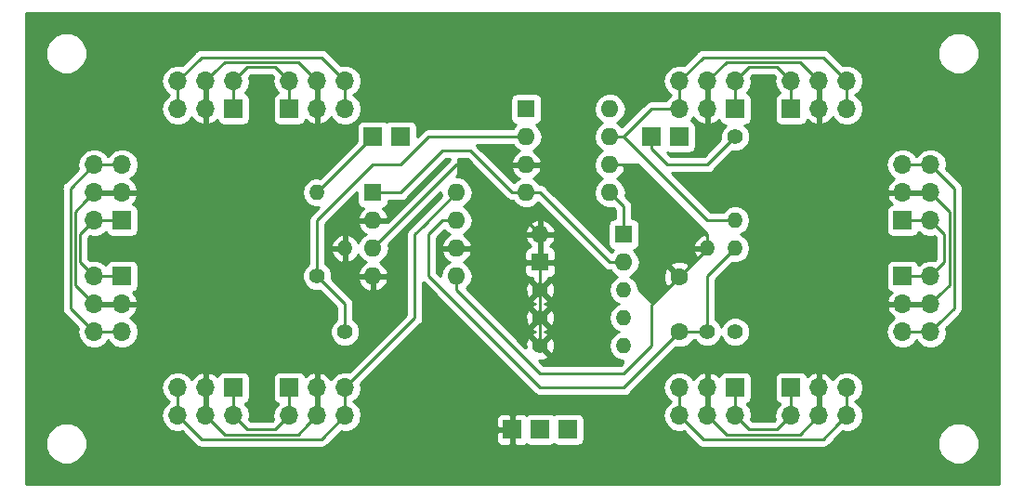
<source format=gbr>
%TF.GenerationSoftware,KiCad,Pcbnew,(5.0.2)-1*%
%TF.CreationDate,2019-05-02T00:01:05-05:00*%
%TF.ProjectId,vcaMain,7663614d-6169-46e2-9e6b-696361645f70,rev?*%
%TF.SameCoordinates,Original*%
%TF.FileFunction,Copper,L1,Top*%
%TF.FilePolarity,Positive*%
%FSLAX46Y46*%
G04 Gerber Fmt 4.6, Leading zero omitted, Abs format (unit mm)*
G04 Created by KiCad (PCBNEW (5.0.2)-1) date 5/2/2019 12:01:05 AM*
%MOMM*%
%LPD*%
G01*
G04 APERTURE LIST*
%ADD10R,1.700000X1.700000*%
%ADD11O,1.700000X1.700000*%
%ADD12O,1.400000X1.400000*%
%ADD13C,1.400000*%
%ADD14C,1.600000*%
%ADD15R,1.600000X1.600000*%
%ADD16O,1.600000X1.600000*%
%ADD17C,0.250000*%
%ADD18C,0.254000*%
G04 APERTURE END LIST*
D10*
X166370000Y-83820000D03*
D11*
X166370000Y-81280000D03*
X163830000Y-83820000D03*
X163830000Y-81280000D03*
X161290000Y-83820000D03*
X161290000Y-81280000D03*
D10*
X181610000Y-93980000D03*
D11*
X184150000Y-93980000D03*
X181610000Y-91440000D03*
X184150000Y-91440000D03*
X181610000Y-88900000D03*
X184150000Y-88900000D03*
D10*
X171450000Y-109220000D03*
D11*
X171450000Y-111760000D03*
X173990000Y-109220000D03*
X173990000Y-111760000D03*
X176530000Y-109220000D03*
X176530000Y-111760000D03*
D10*
X125730000Y-109220000D03*
D11*
X125730000Y-111760000D03*
X128270000Y-109220000D03*
X128270000Y-111760000D03*
X130810000Y-109220000D03*
X130810000Y-111760000D03*
D10*
X110490000Y-99060000D03*
D11*
X107950000Y-99060000D03*
X110490000Y-101600000D03*
X107950000Y-101600000D03*
X110490000Y-104140000D03*
X107950000Y-104140000D03*
D10*
X120650000Y-83820000D03*
D11*
X120650000Y-81280000D03*
X118110000Y-83820000D03*
X118110000Y-81280000D03*
X115570000Y-83820000D03*
X115570000Y-81280000D03*
X130810000Y-81280000D03*
X130810000Y-83820000D03*
X128270000Y-81280000D03*
X128270000Y-83820000D03*
X125730000Y-81280000D03*
D10*
X125730000Y-83820000D03*
D11*
X176530000Y-81280000D03*
X176530000Y-83820000D03*
X173990000Y-81280000D03*
X173990000Y-83820000D03*
X171450000Y-81280000D03*
D10*
X171450000Y-83820000D03*
D11*
X184150000Y-104140000D03*
X181610000Y-104140000D03*
X184150000Y-101600000D03*
X181610000Y-101600000D03*
X184150000Y-99060000D03*
D10*
X181610000Y-99060000D03*
D11*
X161290000Y-111760000D03*
X161290000Y-109220000D03*
X163830000Y-111760000D03*
X163830000Y-109220000D03*
X166370000Y-111760000D03*
D10*
X166370000Y-109220000D03*
D11*
X115570000Y-111760000D03*
X115570000Y-109220000D03*
X118110000Y-111760000D03*
X118110000Y-109220000D03*
X120650000Y-111760000D03*
D10*
X120650000Y-109220000D03*
D11*
X107950000Y-88900000D03*
X110490000Y-88900000D03*
X107950000Y-91440000D03*
X110490000Y-91440000D03*
X107950000Y-93980000D03*
D10*
X110490000Y-93980000D03*
D12*
X130810000Y-96520000D03*
D13*
X130810000Y-104140000D03*
D14*
X161290000Y-104140000D03*
X161290000Y-99140000D03*
D15*
X148590000Y-97790000D03*
D16*
X156210000Y-97790000D03*
D15*
X156210000Y-95250000D03*
D16*
X148590000Y-95250000D03*
D10*
X151130000Y-113030000D03*
X148590000Y-113030000D03*
X135890000Y-86360000D03*
X158750000Y-86360000D03*
X161290000Y-86360000D03*
X133350000Y-86360000D03*
D13*
X148590000Y-102870000D03*
D12*
X156210000Y-102870000D03*
D13*
X148590000Y-105410000D03*
D12*
X156210000Y-105410000D03*
X156210000Y-100330000D03*
D13*
X148590000Y-100330000D03*
X128270000Y-99060000D03*
D12*
X128270000Y-91440000D03*
X166370000Y-93980000D03*
D13*
X166370000Y-86360000D03*
X163830000Y-104140000D03*
D12*
X163830000Y-96520000D03*
X166370000Y-96520000D03*
D13*
X166370000Y-104140000D03*
D15*
X147320000Y-83820000D03*
D16*
X154940000Y-91440000D03*
X147320000Y-86360000D03*
X154940000Y-88900000D03*
X147320000Y-88900000D03*
X154940000Y-86360000D03*
X147320000Y-91440000D03*
X154940000Y-83820000D03*
D10*
X146050000Y-113030000D03*
D15*
X133350000Y-91440000D03*
D16*
X140970000Y-99060000D03*
X133350000Y-93980000D03*
X140970000Y-96520000D03*
X133350000Y-96520000D03*
X140970000Y-93980000D03*
X133350000Y-99060000D03*
X140970000Y-91440000D03*
D17*
X161290000Y-104140000D02*
X163830000Y-104140000D01*
X163830000Y-99060000D02*
X166370000Y-96520000D01*
X163830000Y-104140000D02*
X163830000Y-99060000D01*
X156210000Y-109220000D02*
X161290000Y-104140000D01*
X148590000Y-109220000D02*
X156210000Y-109220000D01*
X139700000Y-93980000D02*
X140970000Y-93980000D01*
X138430000Y-95250000D02*
X139700000Y-93980000D01*
X148590000Y-109220000D02*
X138430000Y-99060000D01*
X138430000Y-99060000D02*
X138430000Y-95250000D01*
X163830000Y-96600000D02*
X163830000Y-96520000D01*
X161290000Y-99140000D02*
X163830000Y-96600000D01*
X163830000Y-96520000D02*
X163830000Y-95250000D01*
X163830000Y-95250000D02*
X157480000Y-88900000D01*
X157480000Y-88900000D02*
X156210000Y-88900000D01*
X158750000Y-105410000D02*
X156210000Y-107950000D01*
X161290000Y-99140000D02*
X158750000Y-101680000D01*
X158750000Y-101680000D02*
X158750000Y-105410000D01*
X156210000Y-88900000D02*
X154940000Y-88900000D01*
X156210000Y-107950000D02*
X148590000Y-107950000D01*
X148590000Y-107950000D02*
X140970000Y-100330000D01*
X140970000Y-100330000D02*
X140970000Y-99060000D01*
X148590000Y-95250000D02*
X148590000Y-97790000D01*
X148590000Y-97790000D02*
X148590000Y-100330000D01*
X148590000Y-100330000D02*
X148590000Y-102870000D01*
X148590000Y-102870000D02*
X148590000Y-105410000D01*
X148590000Y-95250000D02*
X142240000Y-88900000D01*
X140970000Y-88900000D02*
X133350000Y-96520000D01*
X142240000Y-88900000D02*
X140970000Y-88900000D01*
X148590000Y-91440000D02*
X154940000Y-97790000D01*
X154940000Y-97790000D02*
X156210000Y-97790000D01*
X142240000Y-87630000D02*
X146050000Y-91440000D01*
X146050000Y-91440000D02*
X148590000Y-91440000D01*
X135890000Y-91440000D02*
X133350000Y-91440000D01*
X139700000Y-87630000D02*
X135890000Y-91440000D01*
X139700000Y-87630000D02*
X142240000Y-87630000D01*
X156210000Y-92710000D02*
X154940000Y-91440000D01*
X156210000Y-92710000D02*
X156210000Y-95250000D01*
X158750000Y-87460000D02*
X160190000Y-88900000D01*
X158750000Y-86360000D02*
X158750000Y-87460000D01*
X163830000Y-88900000D02*
X166370000Y-86360000D01*
X160190000Y-88900000D02*
X163830000Y-88900000D01*
X128270000Y-91440000D02*
X133350000Y-86360000D01*
X128270000Y-99060000D02*
X130810000Y-101600000D01*
X130810000Y-101600000D02*
X130810000Y-104140000D01*
X128270000Y-99060000D02*
X128270000Y-93980000D01*
X135890000Y-88900000D02*
X133350000Y-88900000D01*
X138430000Y-86360000D02*
X135890000Y-88900000D01*
X128270000Y-93980000D02*
X133350000Y-88900000D01*
X138430000Y-86360000D02*
X147320000Y-86360000D01*
X166370000Y-81280000D02*
X167640000Y-80010000D01*
X167640000Y-80010000D02*
X170180000Y-80010000D01*
X170180000Y-80010000D02*
X171450000Y-81280000D01*
X184150000Y-93980000D02*
X185420000Y-95250000D01*
X185420000Y-95250000D02*
X185420000Y-97790000D01*
X185420000Y-97790000D02*
X184150000Y-99060000D01*
X166370000Y-111760000D02*
X167640000Y-113030000D01*
X167640000Y-113030000D02*
X170180000Y-113030000D01*
X170180000Y-113030000D02*
X171450000Y-111760000D01*
X120650000Y-111760000D02*
X121920000Y-113030000D01*
X121920000Y-113030000D02*
X124460000Y-113030000D01*
X124460000Y-113030000D02*
X125730000Y-111760000D01*
X107950000Y-99060000D02*
X106680000Y-97790000D01*
X106680000Y-97790000D02*
X106680000Y-95250000D01*
X106680000Y-95250000D02*
X107950000Y-93980000D01*
X120650000Y-81280000D02*
X121920000Y-80010000D01*
X121920000Y-80010000D02*
X124460000Y-80010000D01*
X124460000Y-80010000D02*
X125730000Y-81280000D01*
X110490000Y-93980000D02*
X107950000Y-93980000D01*
X110490000Y-99060000D02*
X107950000Y-99060000D01*
X120650000Y-111760000D02*
X120650000Y-109220000D01*
X125730000Y-111760000D02*
X125730000Y-109220000D01*
X166370000Y-111760000D02*
X166370000Y-109220000D01*
X171450000Y-111760000D02*
X171450000Y-109220000D01*
X181610000Y-99060000D02*
X184150000Y-99060000D01*
X184150000Y-93980000D02*
X181610000Y-93980000D01*
X171450000Y-81280000D02*
X171450000Y-83820000D01*
X166370000Y-83820000D02*
X166370000Y-81280000D01*
X125730000Y-81280000D02*
X125730000Y-83820000D01*
X120650000Y-83820000D02*
X120650000Y-81280000D01*
X163830000Y-93980000D02*
X166370000Y-93980000D01*
X156210000Y-86360000D02*
X163830000Y-93980000D01*
X156210000Y-86360000D02*
X154940000Y-86360000D01*
X175680001Y-80430001D02*
X176530000Y-81280000D01*
X174359981Y-79109981D02*
X175680001Y-80430001D01*
X163460019Y-79109981D02*
X174359981Y-79109981D01*
X161290000Y-81280000D02*
X163460019Y-79109981D01*
X184999999Y-103290001D02*
X184150000Y-104140000D01*
X186320019Y-101969981D02*
X184999999Y-103290001D01*
X186320019Y-91070019D02*
X186320019Y-101969981D01*
X184150000Y-88900000D02*
X186320019Y-91070019D01*
X175680001Y-112609999D02*
X176530000Y-111760000D01*
X174359982Y-113930018D02*
X175680001Y-112609999D01*
X163460018Y-113930018D02*
X174359982Y-113930018D01*
X161290000Y-111760000D02*
X163460018Y-113930018D01*
X117740020Y-113930020D02*
X115570000Y-111760000D01*
X130810000Y-111760000D02*
X128639980Y-113930020D01*
X128639980Y-113930020D02*
X117740020Y-113930020D01*
X105779980Y-91070020D02*
X105779980Y-101168982D01*
X107950000Y-88900000D02*
X105779980Y-91070020D01*
X105779980Y-101969980D02*
X105779980Y-101168982D01*
X107950000Y-104140000D02*
X105779980Y-101969980D01*
X107100001Y-103290001D02*
X107950000Y-104140000D01*
X105779981Y-101969981D02*
X107100001Y-103290001D01*
X105779981Y-91070019D02*
X105779981Y-101969981D01*
X107950000Y-88900000D02*
X105779981Y-91070019D01*
X117740020Y-79109980D02*
X115570000Y-81280000D01*
X130810000Y-81280000D02*
X128639980Y-79109980D01*
X128639980Y-79109980D02*
X117740020Y-79109980D01*
X110490000Y-88900000D02*
X107950000Y-88900000D01*
X110490000Y-104140000D02*
X107950000Y-104140000D01*
X115570000Y-109220000D02*
X115570000Y-111760000D01*
X130810000Y-111760000D02*
X130810000Y-109220000D01*
X161290000Y-111760000D02*
X161290000Y-109220000D01*
X176530000Y-111760000D02*
X176530000Y-109220000D01*
X181610000Y-104140000D02*
X184150000Y-104140000D01*
X184150000Y-88900000D02*
X181610000Y-88900000D01*
X176530000Y-83820000D02*
X176530000Y-81280000D01*
X161290000Y-83820000D02*
X161290000Y-81280000D01*
X130810000Y-81280000D02*
X130810000Y-83820000D01*
X115570000Y-83820000D02*
X115570000Y-81280000D01*
X156210000Y-86360000D02*
X158750000Y-83820000D01*
X158750000Y-83820000D02*
X161290000Y-83820000D01*
X137979991Y-94430009D02*
X140970000Y-91440000D01*
X137160000Y-95250000D02*
X137979991Y-94430009D01*
X130810000Y-109220000D02*
X137160000Y-102870000D01*
X137160000Y-102870000D02*
X137160000Y-95250000D01*
X172814999Y-80104999D02*
X173990000Y-81280000D01*
X172269990Y-79559990D02*
X172814999Y-80104999D01*
X163830000Y-81280000D02*
X165550010Y-79559990D01*
X165550010Y-79559990D02*
X172269990Y-79559990D01*
X184999999Y-100750001D02*
X184150000Y-101600000D01*
X185870010Y-99879990D02*
X184999999Y-100750001D01*
X185870010Y-93160010D02*
X185870010Y-99879990D01*
X184150000Y-91440000D02*
X185870010Y-93160010D01*
X164679999Y-112609999D02*
X163830000Y-111760000D01*
X165550009Y-113480009D02*
X164679999Y-112609999D01*
X172269991Y-113480009D02*
X165550009Y-113480009D01*
X173990000Y-111760000D02*
X172269991Y-113480009D01*
X127420001Y-112609999D02*
X128270000Y-111760000D01*
X126549990Y-113480010D02*
X127420001Y-112609999D01*
X119830010Y-113480010D02*
X126549990Y-113480010D01*
X118110000Y-111760000D02*
X119830010Y-113480010D01*
X107100001Y-92289999D02*
X107950000Y-91440000D01*
X106229990Y-93160010D02*
X107100001Y-92289999D01*
X106229990Y-99879990D02*
X106229990Y-93160010D01*
X107950000Y-101600000D02*
X106229990Y-99879990D01*
X118959999Y-80430001D02*
X118110000Y-81280000D01*
X119830010Y-79559990D02*
X118959999Y-80430001D01*
X126549990Y-79559990D02*
X119830010Y-79559990D01*
X128270000Y-81280000D02*
X126549990Y-79559990D01*
X110490000Y-91440000D02*
X107950000Y-91440000D01*
X110490000Y-101600000D02*
X107950000Y-101600000D01*
X118110000Y-111760000D02*
X118110000Y-109220000D01*
X128270000Y-111760000D02*
X128270000Y-109220000D01*
X163830000Y-111760000D02*
X163830000Y-109220000D01*
X173990000Y-111760000D02*
X173990000Y-109220000D01*
X184150000Y-101600000D02*
X181610000Y-101600000D01*
X181610000Y-91440000D02*
X184150000Y-91440000D01*
X173990000Y-83820000D02*
X173990000Y-81280000D01*
X163830000Y-81280000D02*
X163830000Y-83820000D01*
X128270000Y-83820000D02*
X128270000Y-81280000D01*
X118110000Y-81280000D02*
X118110000Y-83820000D01*
D18*
G36*
X145459670Y-91924472D02*
X145502071Y-91987929D01*
X145565527Y-92030329D01*
X145753462Y-92155904D01*
X145801605Y-92165480D01*
X145975148Y-92200000D01*
X145975152Y-92200000D01*
X146050000Y-92214888D01*
X146104642Y-92204019D01*
X146285423Y-92474577D01*
X146760091Y-92791740D01*
X147178667Y-92875000D01*
X147461333Y-92875000D01*
X147879909Y-92791740D01*
X148354577Y-92474577D01*
X148432763Y-92357564D01*
X154349671Y-98274473D01*
X154392071Y-98337929D01*
X154643463Y-98505904D01*
X154865148Y-98550000D01*
X154865152Y-98550000D01*
X154939999Y-98564888D01*
X154994642Y-98554019D01*
X155175423Y-98824577D01*
X155617756Y-99120134D01*
X155247519Y-99367519D01*
X154952458Y-99809109D01*
X154848846Y-100330000D01*
X154952458Y-100850891D01*
X155247519Y-101292481D01*
X155689109Y-101587542D01*
X155751739Y-101600000D01*
X155689109Y-101612458D01*
X155247519Y-101907519D01*
X154952458Y-102349109D01*
X154848846Y-102870000D01*
X154952458Y-103390891D01*
X155247519Y-103832481D01*
X155689109Y-104127542D01*
X155751739Y-104140000D01*
X155689109Y-104152458D01*
X155247519Y-104447519D01*
X154952458Y-104889109D01*
X154848846Y-105410000D01*
X154952458Y-105930891D01*
X155247519Y-106372481D01*
X155689109Y-106667542D01*
X156078515Y-106745000D01*
X156083000Y-106745000D01*
X156083000Y-107002199D01*
X155895199Y-107190000D01*
X148904803Y-107190000D01*
X148468359Y-106753556D01*
X148927440Y-106728664D01*
X149283831Y-106581042D01*
X149345669Y-106345275D01*
X148590000Y-105589605D01*
X148575858Y-105603748D01*
X148396252Y-105424142D01*
X148410395Y-105410000D01*
X148769605Y-105410000D01*
X149525275Y-106165669D01*
X149761042Y-106103831D01*
X149937419Y-105602878D01*
X149908664Y-105072560D01*
X149761042Y-104716169D01*
X149525275Y-104654331D01*
X148769605Y-105410000D01*
X148410395Y-105410000D01*
X147654725Y-104654331D01*
X147418958Y-104716169D01*
X147242581Y-105217122D01*
X147260391Y-105545589D01*
X145520077Y-103805275D01*
X147834331Y-103805275D01*
X147896169Y-104041042D01*
X148154445Y-104131977D01*
X147896169Y-104238958D01*
X147834331Y-104474725D01*
X148590000Y-105230395D01*
X149345669Y-104474725D01*
X149283831Y-104238958D01*
X149025555Y-104148023D01*
X149283831Y-104041042D01*
X149345669Y-103805275D01*
X148590000Y-103049605D01*
X147834331Y-103805275D01*
X145520077Y-103805275D01*
X144391924Y-102677122D01*
X147242581Y-102677122D01*
X147271336Y-103207440D01*
X147418958Y-103563831D01*
X147654725Y-103625669D01*
X148410395Y-102870000D01*
X148769605Y-102870000D01*
X149525275Y-103625669D01*
X149761042Y-103563831D01*
X149937419Y-103062878D01*
X149908664Y-102532560D01*
X149761042Y-102176169D01*
X149525275Y-102114331D01*
X148769605Y-102870000D01*
X148410395Y-102870000D01*
X147654725Y-102114331D01*
X147418958Y-102176169D01*
X147242581Y-102677122D01*
X144391924Y-102677122D01*
X142980077Y-101265275D01*
X147834331Y-101265275D01*
X147896169Y-101501042D01*
X148154445Y-101591977D01*
X147896169Y-101698958D01*
X147834331Y-101934725D01*
X148590000Y-102690395D01*
X149345669Y-101934725D01*
X149283831Y-101698958D01*
X149025555Y-101608023D01*
X149283831Y-101501042D01*
X149345669Y-101265275D01*
X148590000Y-100509605D01*
X147834331Y-101265275D01*
X142980077Y-101265275D01*
X141887564Y-100172763D01*
X141940904Y-100137122D01*
X147242581Y-100137122D01*
X147271336Y-100667440D01*
X147418958Y-101023831D01*
X147654725Y-101085669D01*
X148410395Y-100330000D01*
X148769605Y-100330000D01*
X149525275Y-101085669D01*
X149761042Y-101023831D01*
X149937419Y-100522878D01*
X149908664Y-99992560D01*
X149761042Y-99636169D01*
X149525275Y-99574331D01*
X148769605Y-100330000D01*
X148410395Y-100330000D01*
X147654725Y-99574331D01*
X147418958Y-99636169D01*
X147242581Y-100137122D01*
X141940904Y-100137122D01*
X142004577Y-100094577D01*
X142321740Y-99619909D01*
X142433113Y-99060000D01*
X142321740Y-98500091D01*
X142038205Y-98075750D01*
X147155000Y-98075750D01*
X147155000Y-98716310D01*
X147251673Y-98949699D01*
X147430302Y-99128327D01*
X147663691Y-99225000D01*
X147878847Y-99225000D01*
X147834331Y-99394725D01*
X148590000Y-100150395D01*
X149345669Y-99394725D01*
X149301153Y-99225000D01*
X149516309Y-99225000D01*
X149749698Y-99128327D01*
X149928327Y-98949699D01*
X150025000Y-98716310D01*
X150025000Y-98075750D01*
X149866250Y-97917000D01*
X148717000Y-97917000D01*
X148717000Y-97937000D01*
X148463000Y-97937000D01*
X148463000Y-97917000D01*
X147313750Y-97917000D01*
X147155000Y-98075750D01*
X142038205Y-98075750D01*
X142004577Y-98025423D01*
X141652242Y-97790000D01*
X142004577Y-97554577D01*
X142321740Y-97079909D01*
X142364748Y-96863690D01*
X147155000Y-96863690D01*
X147155000Y-97504250D01*
X147313750Y-97663000D01*
X148463000Y-97663000D01*
X148463000Y-95377000D01*
X148717000Y-95377000D01*
X148717000Y-97663000D01*
X149866250Y-97663000D01*
X150025000Y-97504250D01*
X150025000Y-96863690D01*
X149928327Y-96630301D01*
X149749698Y-96451673D01*
X149516309Y-96355000D01*
X149488062Y-96355000D01*
X149821041Y-95987423D01*
X149981904Y-95599039D01*
X149859915Y-95377000D01*
X148717000Y-95377000D01*
X148463000Y-95377000D01*
X147320085Y-95377000D01*
X147198096Y-95599039D01*
X147358959Y-95987423D01*
X147691938Y-96355000D01*
X147663691Y-96355000D01*
X147430302Y-96451673D01*
X147251673Y-96630301D01*
X147155000Y-96863690D01*
X142364748Y-96863690D01*
X142433113Y-96520000D01*
X142321740Y-95960091D01*
X142004577Y-95485423D01*
X141652242Y-95250000D01*
X142004577Y-95014577D01*
X142080492Y-94900961D01*
X147198096Y-94900961D01*
X147320085Y-95123000D01*
X148463000Y-95123000D01*
X148463000Y-93979371D01*
X148717000Y-93979371D01*
X148717000Y-95123000D01*
X149859915Y-95123000D01*
X149981904Y-94900961D01*
X149821041Y-94512577D01*
X149445134Y-94097611D01*
X148939041Y-93858086D01*
X148717000Y-93979371D01*
X148463000Y-93979371D01*
X148240959Y-93858086D01*
X147734866Y-94097611D01*
X147358959Y-94512577D01*
X147198096Y-94900961D01*
X142080492Y-94900961D01*
X142321740Y-94539909D01*
X142433113Y-93980000D01*
X142321740Y-93420091D01*
X142004577Y-92945423D01*
X141652242Y-92710000D01*
X142004577Y-92474577D01*
X142321740Y-91999909D01*
X142433113Y-91440000D01*
X142321740Y-90880091D01*
X142004577Y-90405423D01*
X141529909Y-90088260D01*
X141111333Y-90005000D01*
X141097000Y-90005000D01*
X141097000Y-88390000D01*
X141925199Y-88390000D01*
X145459670Y-91924472D01*
X145459670Y-91924472D01*
G37*
X145459670Y-91924472D02*
X145502071Y-91987929D01*
X145565527Y-92030329D01*
X145753462Y-92155904D01*
X145801605Y-92165480D01*
X145975148Y-92200000D01*
X145975152Y-92200000D01*
X146050000Y-92214888D01*
X146104642Y-92204019D01*
X146285423Y-92474577D01*
X146760091Y-92791740D01*
X147178667Y-92875000D01*
X147461333Y-92875000D01*
X147879909Y-92791740D01*
X148354577Y-92474577D01*
X148432763Y-92357564D01*
X154349671Y-98274473D01*
X154392071Y-98337929D01*
X154643463Y-98505904D01*
X154865148Y-98550000D01*
X154865152Y-98550000D01*
X154939999Y-98564888D01*
X154994642Y-98554019D01*
X155175423Y-98824577D01*
X155617756Y-99120134D01*
X155247519Y-99367519D01*
X154952458Y-99809109D01*
X154848846Y-100330000D01*
X154952458Y-100850891D01*
X155247519Y-101292481D01*
X155689109Y-101587542D01*
X155751739Y-101600000D01*
X155689109Y-101612458D01*
X155247519Y-101907519D01*
X154952458Y-102349109D01*
X154848846Y-102870000D01*
X154952458Y-103390891D01*
X155247519Y-103832481D01*
X155689109Y-104127542D01*
X155751739Y-104140000D01*
X155689109Y-104152458D01*
X155247519Y-104447519D01*
X154952458Y-104889109D01*
X154848846Y-105410000D01*
X154952458Y-105930891D01*
X155247519Y-106372481D01*
X155689109Y-106667542D01*
X156078515Y-106745000D01*
X156083000Y-106745000D01*
X156083000Y-107002199D01*
X155895199Y-107190000D01*
X148904803Y-107190000D01*
X148468359Y-106753556D01*
X148927440Y-106728664D01*
X149283831Y-106581042D01*
X149345669Y-106345275D01*
X148590000Y-105589605D01*
X148575858Y-105603748D01*
X148396252Y-105424142D01*
X148410395Y-105410000D01*
X148769605Y-105410000D01*
X149525275Y-106165669D01*
X149761042Y-106103831D01*
X149937419Y-105602878D01*
X149908664Y-105072560D01*
X149761042Y-104716169D01*
X149525275Y-104654331D01*
X148769605Y-105410000D01*
X148410395Y-105410000D01*
X147654725Y-104654331D01*
X147418958Y-104716169D01*
X147242581Y-105217122D01*
X147260391Y-105545589D01*
X145520077Y-103805275D01*
X147834331Y-103805275D01*
X147896169Y-104041042D01*
X148154445Y-104131977D01*
X147896169Y-104238958D01*
X147834331Y-104474725D01*
X148590000Y-105230395D01*
X149345669Y-104474725D01*
X149283831Y-104238958D01*
X149025555Y-104148023D01*
X149283831Y-104041042D01*
X149345669Y-103805275D01*
X148590000Y-103049605D01*
X147834331Y-103805275D01*
X145520077Y-103805275D01*
X144391924Y-102677122D01*
X147242581Y-102677122D01*
X147271336Y-103207440D01*
X147418958Y-103563831D01*
X147654725Y-103625669D01*
X148410395Y-102870000D01*
X148769605Y-102870000D01*
X149525275Y-103625669D01*
X149761042Y-103563831D01*
X149937419Y-103062878D01*
X149908664Y-102532560D01*
X149761042Y-102176169D01*
X149525275Y-102114331D01*
X148769605Y-102870000D01*
X148410395Y-102870000D01*
X147654725Y-102114331D01*
X147418958Y-102176169D01*
X147242581Y-102677122D01*
X144391924Y-102677122D01*
X142980077Y-101265275D01*
X147834331Y-101265275D01*
X147896169Y-101501042D01*
X148154445Y-101591977D01*
X147896169Y-101698958D01*
X147834331Y-101934725D01*
X148590000Y-102690395D01*
X149345669Y-101934725D01*
X149283831Y-101698958D01*
X149025555Y-101608023D01*
X149283831Y-101501042D01*
X149345669Y-101265275D01*
X148590000Y-100509605D01*
X147834331Y-101265275D01*
X142980077Y-101265275D01*
X141887564Y-100172763D01*
X141940904Y-100137122D01*
X147242581Y-100137122D01*
X147271336Y-100667440D01*
X147418958Y-101023831D01*
X147654725Y-101085669D01*
X148410395Y-100330000D01*
X148769605Y-100330000D01*
X149525275Y-101085669D01*
X149761042Y-101023831D01*
X149937419Y-100522878D01*
X149908664Y-99992560D01*
X149761042Y-99636169D01*
X149525275Y-99574331D01*
X148769605Y-100330000D01*
X148410395Y-100330000D01*
X147654725Y-99574331D01*
X147418958Y-99636169D01*
X147242581Y-100137122D01*
X141940904Y-100137122D01*
X142004577Y-100094577D01*
X142321740Y-99619909D01*
X142433113Y-99060000D01*
X142321740Y-98500091D01*
X142038205Y-98075750D01*
X147155000Y-98075750D01*
X147155000Y-98716310D01*
X147251673Y-98949699D01*
X147430302Y-99128327D01*
X147663691Y-99225000D01*
X147878847Y-99225000D01*
X147834331Y-99394725D01*
X148590000Y-100150395D01*
X149345669Y-99394725D01*
X149301153Y-99225000D01*
X149516309Y-99225000D01*
X149749698Y-99128327D01*
X149928327Y-98949699D01*
X150025000Y-98716310D01*
X150025000Y-98075750D01*
X149866250Y-97917000D01*
X148717000Y-97917000D01*
X148717000Y-97937000D01*
X148463000Y-97937000D01*
X148463000Y-97917000D01*
X147313750Y-97917000D01*
X147155000Y-98075750D01*
X142038205Y-98075750D01*
X142004577Y-98025423D01*
X141652242Y-97790000D01*
X142004577Y-97554577D01*
X142321740Y-97079909D01*
X142364748Y-96863690D01*
X147155000Y-96863690D01*
X147155000Y-97504250D01*
X147313750Y-97663000D01*
X148463000Y-97663000D01*
X148463000Y-95377000D01*
X148717000Y-95377000D01*
X148717000Y-97663000D01*
X149866250Y-97663000D01*
X150025000Y-97504250D01*
X150025000Y-96863690D01*
X149928327Y-96630301D01*
X149749698Y-96451673D01*
X149516309Y-96355000D01*
X149488062Y-96355000D01*
X149821041Y-95987423D01*
X149981904Y-95599039D01*
X149859915Y-95377000D01*
X148717000Y-95377000D01*
X148463000Y-95377000D01*
X147320085Y-95377000D01*
X147198096Y-95599039D01*
X147358959Y-95987423D01*
X147691938Y-96355000D01*
X147663691Y-96355000D01*
X147430302Y-96451673D01*
X147251673Y-96630301D01*
X147155000Y-96863690D01*
X142364748Y-96863690D01*
X142433113Y-96520000D01*
X142321740Y-95960091D01*
X142004577Y-95485423D01*
X141652242Y-95250000D01*
X142004577Y-95014577D01*
X142080492Y-94900961D01*
X147198096Y-94900961D01*
X147320085Y-95123000D01*
X148463000Y-95123000D01*
X148463000Y-93979371D01*
X148717000Y-93979371D01*
X148717000Y-95123000D01*
X149859915Y-95123000D01*
X149981904Y-94900961D01*
X149821041Y-94512577D01*
X149445134Y-94097611D01*
X148939041Y-93858086D01*
X148717000Y-93979371D01*
X148463000Y-93979371D01*
X148240959Y-93858086D01*
X147734866Y-94097611D01*
X147358959Y-94512577D01*
X147198096Y-94900961D01*
X142080492Y-94900961D01*
X142321740Y-94539909D01*
X142433113Y-93980000D01*
X142321740Y-93420091D01*
X142004577Y-92945423D01*
X141652242Y-92710000D01*
X142004577Y-92474577D01*
X142321740Y-91999909D01*
X142433113Y-91440000D01*
X142321740Y-90880091D01*
X142004577Y-90405423D01*
X141529909Y-90088260D01*
X141111333Y-90005000D01*
X141097000Y-90005000D01*
X141097000Y-88390000D01*
X141925199Y-88390000D01*
X145459670Y-91924472D01*
G36*
X163702998Y-95302604D02*
X163702998Y-95350625D01*
X163496671Y-95227284D01*
X163151604Y-95370203D01*
X162763236Y-95717337D01*
X162537273Y-96186669D01*
X162659794Y-96393000D01*
X163703000Y-96393000D01*
X163703000Y-96467394D01*
X163523394Y-96647000D01*
X162659794Y-96647000D01*
X162537273Y-96853331D01*
X162763236Y-97322663D01*
X162807852Y-97362542D01*
X162099620Y-98070774D01*
X162044005Y-97886136D01*
X161506777Y-97693035D01*
X160936546Y-97720222D01*
X160535995Y-97886136D01*
X160461861Y-98132255D01*
X161250000Y-98920394D01*
X161070394Y-99100000D01*
X160282255Y-98311861D01*
X160036136Y-98385995D01*
X159843035Y-98923223D01*
X159870222Y-99493454D01*
X160036136Y-99894005D01*
X160220774Y-99949620D01*
X158750000Y-101420394D01*
X157549191Y-100219585D01*
X157467542Y-99809109D01*
X157172481Y-99367519D01*
X156802244Y-99120134D01*
X157244577Y-98824577D01*
X157561740Y-98349909D01*
X157673113Y-97790000D01*
X157561740Y-97230091D01*
X157244577Y-96755423D01*
X157123894Y-96674785D01*
X157257765Y-96648157D01*
X157467809Y-96507809D01*
X157608157Y-96297765D01*
X157657440Y-96050000D01*
X157657440Y-94450000D01*
X157608157Y-94202235D01*
X157467809Y-93992191D01*
X157257765Y-93851843D01*
X157010000Y-93802560D01*
X156970000Y-93802560D01*
X156970000Y-92784846D01*
X156984888Y-92709999D01*
X156970000Y-92635152D01*
X156970000Y-92635148D01*
X156925904Y-92413463D01*
X156757929Y-92162071D01*
X156694473Y-92119671D01*
X156338688Y-91763886D01*
X156403113Y-91440000D01*
X156291740Y-90880091D01*
X155974577Y-90405423D01*
X155590892Y-90149053D01*
X155795134Y-90052389D01*
X156171041Y-89637423D01*
X156331904Y-89249039D01*
X156209916Y-89027002D01*
X156375000Y-89027002D01*
X156375000Y-89027000D01*
X157427394Y-89027000D01*
X163702998Y-95302604D01*
X163702998Y-95302604D01*
G37*
X163702998Y-95302604D02*
X163702998Y-95350625D01*
X163496671Y-95227284D01*
X163151604Y-95370203D01*
X162763236Y-95717337D01*
X162537273Y-96186669D01*
X162659794Y-96393000D01*
X163703000Y-96393000D01*
X163703000Y-96467394D01*
X163523394Y-96647000D01*
X162659794Y-96647000D01*
X162537273Y-96853331D01*
X162763236Y-97322663D01*
X162807852Y-97362542D01*
X162099620Y-98070774D01*
X162044005Y-97886136D01*
X161506777Y-97693035D01*
X160936546Y-97720222D01*
X160535995Y-97886136D01*
X160461861Y-98132255D01*
X161250000Y-98920394D01*
X161070394Y-99100000D01*
X160282255Y-98311861D01*
X160036136Y-98385995D01*
X159843035Y-98923223D01*
X159870222Y-99493454D01*
X160036136Y-99894005D01*
X160220774Y-99949620D01*
X158750000Y-101420394D01*
X157549191Y-100219585D01*
X157467542Y-99809109D01*
X157172481Y-99367519D01*
X156802244Y-99120134D01*
X157244577Y-98824577D01*
X157561740Y-98349909D01*
X157673113Y-97790000D01*
X157561740Y-97230091D01*
X157244577Y-96755423D01*
X157123894Y-96674785D01*
X157257765Y-96648157D01*
X157467809Y-96507809D01*
X157608157Y-96297765D01*
X157657440Y-96050000D01*
X157657440Y-94450000D01*
X157608157Y-94202235D01*
X157467809Y-93992191D01*
X157257765Y-93851843D01*
X157010000Y-93802560D01*
X156970000Y-93802560D01*
X156970000Y-92784846D01*
X156984888Y-92709999D01*
X156970000Y-92635152D01*
X156970000Y-92635148D01*
X156925904Y-92413463D01*
X156757929Y-92162071D01*
X156694473Y-92119671D01*
X156338688Y-91763886D01*
X156403113Y-91440000D01*
X156291740Y-90880091D01*
X155974577Y-90405423D01*
X155590892Y-90149053D01*
X155795134Y-90052389D01*
X156171041Y-89637423D01*
X156331904Y-89249039D01*
X156209916Y-89027002D01*
X156375000Y-89027002D01*
X156375000Y-89027000D01*
X157427394Y-89027000D01*
X163702998Y-95302604D01*
G36*
X190373000Y-117983000D02*
X101727000Y-117983000D01*
X101727000Y-113925050D01*
X103525000Y-113925050D01*
X103525000Y-114674950D01*
X103811974Y-115367767D01*
X104342233Y-115898026D01*
X105035050Y-116185000D01*
X105784950Y-116185000D01*
X106477767Y-115898026D01*
X107008026Y-115367767D01*
X107295000Y-114674950D01*
X107295000Y-113925050D01*
X107008026Y-113232233D01*
X106477767Y-112701974D01*
X105784950Y-112415000D01*
X105035050Y-112415000D01*
X104342233Y-112701974D01*
X103811974Y-113232233D01*
X103525000Y-113925050D01*
X101727000Y-113925050D01*
X101727000Y-109220000D01*
X114055908Y-109220000D01*
X114171161Y-109799418D01*
X114499375Y-110290625D01*
X114797761Y-110490000D01*
X114499375Y-110689375D01*
X114171161Y-111180582D01*
X114055908Y-111760000D01*
X114171161Y-112339418D01*
X114499375Y-112830625D01*
X114990582Y-113158839D01*
X115423744Y-113245000D01*
X115716256Y-113245000D01*
X115936408Y-113201209D01*
X117149691Y-114414493D01*
X117192091Y-114477949D01*
X117255547Y-114520349D01*
X117443482Y-114645924D01*
X117491625Y-114655500D01*
X117665168Y-114690020D01*
X117665172Y-114690020D01*
X117740020Y-114704908D01*
X117814868Y-114690020D01*
X128565133Y-114690020D01*
X128639980Y-114704908D01*
X128714827Y-114690020D01*
X128714832Y-114690020D01*
X128936517Y-114645924D01*
X129187909Y-114477949D01*
X129230311Y-114414490D01*
X130329051Y-113315750D01*
X144565000Y-113315750D01*
X144565000Y-114006310D01*
X144661673Y-114239699D01*
X144840302Y-114418327D01*
X145073691Y-114515000D01*
X145764250Y-114515000D01*
X145923000Y-114356250D01*
X145923000Y-113157000D01*
X144723750Y-113157000D01*
X144565000Y-113315750D01*
X130329051Y-113315750D01*
X130443592Y-113201209D01*
X130663744Y-113245000D01*
X130956256Y-113245000D01*
X131389418Y-113158839D01*
X131880625Y-112830625D01*
X132208839Y-112339418D01*
X132265673Y-112053690D01*
X144565000Y-112053690D01*
X144565000Y-112744250D01*
X144723750Y-112903000D01*
X145923000Y-112903000D01*
X145923000Y-111703750D01*
X146177000Y-111703750D01*
X146177000Y-112903000D01*
X146197000Y-112903000D01*
X146197000Y-113157000D01*
X146177000Y-113157000D01*
X146177000Y-114356250D01*
X146335750Y-114515000D01*
X147026309Y-114515000D01*
X147259698Y-114418327D01*
X147316975Y-114361051D01*
X147492235Y-114478157D01*
X147740000Y-114527440D01*
X149440000Y-114527440D01*
X149687765Y-114478157D01*
X149860000Y-114363072D01*
X150032235Y-114478157D01*
X150280000Y-114527440D01*
X151980000Y-114527440D01*
X152227765Y-114478157D01*
X152437809Y-114337809D01*
X152578157Y-114127765D01*
X152627440Y-113880000D01*
X152627440Y-112180000D01*
X152578157Y-111932235D01*
X152437809Y-111722191D01*
X152227765Y-111581843D01*
X151980000Y-111532560D01*
X150280000Y-111532560D01*
X150032235Y-111581843D01*
X149860000Y-111696928D01*
X149687765Y-111581843D01*
X149440000Y-111532560D01*
X147740000Y-111532560D01*
X147492235Y-111581843D01*
X147316975Y-111698949D01*
X147259698Y-111641673D01*
X147026309Y-111545000D01*
X146335750Y-111545000D01*
X146177000Y-111703750D01*
X145923000Y-111703750D01*
X145764250Y-111545000D01*
X145073691Y-111545000D01*
X144840302Y-111641673D01*
X144661673Y-111820301D01*
X144565000Y-112053690D01*
X132265673Y-112053690D01*
X132324092Y-111760000D01*
X132208839Y-111180582D01*
X131880625Y-110689375D01*
X131582239Y-110490000D01*
X131880625Y-110290625D01*
X132208839Y-109799418D01*
X132324092Y-109220000D01*
X132251209Y-108853592D01*
X137644473Y-103460329D01*
X137707929Y-103417929D01*
X137875904Y-103166537D01*
X137920000Y-102944852D01*
X137920000Y-102944848D01*
X137934888Y-102870001D01*
X137920000Y-102795154D01*
X137920000Y-99633272D01*
X137945530Y-99650331D01*
X147999671Y-109704473D01*
X148042071Y-109767929D01*
X148105527Y-109810329D01*
X148293462Y-109935904D01*
X148341605Y-109945480D01*
X148515148Y-109980000D01*
X148515152Y-109980000D01*
X148590000Y-109994888D01*
X148664848Y-109980000D01*
X156135153Y-109980000D01*
X156210000Y-109994888D01*
X156284847Y-109980000D01*
X156284852Y-109980000D01*
X156506537Y-109935904D01*
X156757929Y-109767929D01*
X156800331Y-109704470D01*
X157284801Y-109220000D01*
X159775908Y-109220000D01*
X159891161Y-109799418D01*
X160219375Y-110290625D01*
X160517761Y-110490000D01*
X160219375Y-110689375D01*
X159891161Y-111180582D01*
X159775908Y-111760000D01*
X159891161Y-112339418D01*
X160219375Y-112830625D01*
X160710582Y-113158839D01*
X161143744Y-113245000D01*
X161436256Y-113245000D01*
X161656408Y-113201209D01*
X162869689Y-114414491D01*
X162912089Y-114477947D01*
X163163481Y-114645922D01*
X163385166Y-114690018D01*
X163385171Y-114690018D01*
X163460018Y-114704906D01*
X163534865Y-114690018D01*
X174285135Y-114690018D01*
X174359982Y-114704906D01*
X174434829Y-114690018D01*
X174434834Y-114690018D01*
X174656519Y-114645922D01*
X174907911Y-114477947D01*
X174950313Y-114414488D01*
X175439751Y-113925050D01*
X184805000Y-113925050D01*
X184805000Y-114674950D01*
X185091974Y-115367767D01*
X185622233Y-115898026D01*
X186315050Y-116185000D01*
X187064950Y-116185000D01*
X187757767Y-115898026D01*
X188288026Y-115367767D01*
X188575000Y-114674950D01*
X188575000Y-113925050D01*
X188288026Y-113232233D01*
X187757767Y-112701974D01*
X187064950Y-112415000D01*
X186315050Y-112415000D01*
X185622233Y-112701974D01*
X185091974Y-113232233D01*
X184805000Y-113925050D01*
X175439751Y-113925050D01*
X176163593Y-113201209D01*
X176383744Y-113245000D01*
X176676256Y-113245000D01*
X177109418Y-113158839D01*
X177600625Y-112830625D01*
X177928839Y-112339418D01*
X178044092Y-111760000D01*
X177928839Y-111180582D01*
X177600625Y-110689375D01*
X177302239Y-110490000D01*
X177600625Y-110290625D01*
X177928839Y-109799418D01*
X178044092Y-109220000D01*
X177928839Y-108640582D01*
X177600625Y-108149375D01*
X177109418Y-107821161D01*
X176676256Y-107735000D01*
X176383744Y-107735000D01*
X175950582Y-107821161D01*
X175459375Y-108149375D01*
X175246157Y-108468478D01*
X175185183Y-108338642D01*
X174756924Y-107948355D01*
X174346890Y-107778524D01*
X174117000Y-107899845D01*
X174117000Y-109093000D01*
X174137000Y-109093000D01*
X174137000Y-109347000D01*
X174117000Y-109347000D01*
X174117000Y-111633000D01*
X174137000Y-111633000D01*
X174137000Y-111887000D01*
X174117000Y-111887000D01*
X174117000Y-111907000D01*
X173863000Y-111907000D01*
X173863000Y-111887000D01*
X173843000Y-111887000D01*
X173843000Y-111633000D01*
X173863000Y-111633000D01*
X173863000Y-109347000D01*
X173843000Y-109347000D01*
X173843000Y-109093000D01*
X173863000Y-109093000D01*
X173863000Y-107899845D01*
X173633110Y-107778524D01*
X173223076Y-107948355D01*
X172918739Y-108225708D01*
X172898157Y-108122235D01*
X172757809Y-107912191D01*
X172547765Y-107771843D01*
X172300000Y-107722560D01*
X170600000Y-107722560D01*
X170352235Y-107771843D01*
X170142191Y-107912191D01*
X170001843Y-108122235D01*
X169952560Y-108370000D01*
X169952560Y-110070000D01*
X170001843Y-110317765D01*
X170142191Y-110527809D01*
X170352235Y-110668157D01*
X170397619Y-110677184D01*
X170379375Y-110689375D01*
X170051161Y-111180582D01*
X169935908Y-111760000D01*
X170008791Y-112126408D01*
X169865199Y-112270000D01*
X167954802Y-112270000D01*
X167811209Y-112126408D01*
X167884092Y-111760000D01*
X167768839Y-111180582D01*
X167440625Y-110689375D01*
X167422381Y-110677184D01*
X167467765Y-110668157D01*
X167677809Y-110527809D01*
X167818157Y-110317765D01*
X167867440Y-110070000D01*
X167867440Y-108370000D01*
X167818157Y-108122235D01*
X167677809Y-107912191D01*
X167467765Y-107771843D01*
X167220000Y-107722560D01*
X165520000Y-107722560D01*
X165272235Y-107771843D01*
X165062191Y-107912191D01*
X164921843Y-108122235D01*
X164901261Y-108225708D01*
X164596924Y-107948355D01*
X164186890Y-107778524D01*
X163957000Y-107899845D01*
X163957000Y-109093000D01*
X163977000Y-109093000D01*
X163977000Y-109347000D01*
X163957000Y-109347000D01*
X163957000Y-111633000D01*
X163977000Y-111633000D01*
X163977000Y-111887000D01*
X163957000Y-111887000D01*
X163957000Y-111907000D01*
X163703000Y-111907000D01*
X163703000Y-111887000D01*
X163683000Y-111887000D01*
X163683000Y-111633000D01*
X163703000Y-111633000D01*
X163703000Y-109347000D01*
X163683000Y-109347000D01*
X163683000Y-109093000D01*
X163703000Y-109093000D01*
X163703000Y-107899845D01*
X163473110Y-107778524D01*
X163063076Y-107948355D01*
X162634817Y-108338642D01*
X162573843Y-108468478D01*
X162360625Y-108149375D01*
X161869418Y-107821161D01*
X161436256Y-107735000D01*
X161143744Y-107735000D01*
X160710582Y-107821161D01*
X160219375Y-108149375D01*
X159891161Y-108640582D01*
X159775908Y-109220000D01*
X157284801Y-109220000D01*
X160951698Y-105553104D01*
X161004561Y-105575000D01*
X161575439Y-105575000D01*
X162102862Y-105356534D01*
X162506534Y-104952862D01*
X162528430Y-104900000D01*
X162702025Y-104900000D01*
X163073783Y-105271758D01*
X163564452Y-105475000D01*
X164095548Y-105475000D01*
X164586217Y-105271758D01*
X164961758Y-104896217D01*
X165100000Y-104562472D01*
X165238242Y-104896217D01*
X165613783Y-105271758D01*
X166104452Y-105475000D01*
X166635548Y-105475000D01*
X167126217Y-105271758D01*
X167501758Y-104896217D01*
X167705000Y-104405548D01*
X167705000Y-103874452D01*
X167501758Y-103383783D01*
X167126217Y-103008242D01*
X166635548Y-102805000D01*
X166104452Y-102805000D01*
X165613783Y-103008242D01*
X165238242Y-103383783D01*
X165100000Y-103717528D01*
X164961758Y-103383783D01*
X164590000Y-103012025D01*
X164590000Y-99374801D01*
X166131157Y-97833645D01*
X166238515Y-97855000D01*
X166501485Y-97855000D01*
X166890891Y-97777542D01*
X167332481Y-97482481D01*
X167627542Y-97040891D01*
X167731154Y-96520000D01*
X167627542Y-95999109D01*
X167332481Y-95557519D01*
X166890891Y-95262458D01*
X166828261Y-95250000D01*
X166890891Y-95237542D01*
X167332481Y-94942481D01*
X167627542Y-94500891D01*
X167731154Y-93980000D01*
X167627542Y-93459109D01*
X167332481Y-93017519D01*
X166890891Y-92722458D01*
X166501485Y-92645000D01*
X166238515Y-92645000D01*
X165849109Y-92722458D01*
X165407519Y-93017519D01*
X165272226Y-93220000D01*
X164144803Y-93220000D01*
X160584802Y-89660000D01*
X163755153Y-89660000D01*
X163830000Y-89674888D01*
X163904847Y-89660000D01*
X163904852Y-89660000D01*
X164126537Y-89615904D01*
X164377929Y-89447929D01*
X164420331Y-89384470D01*
X164904801Y-88900000D01*
X180095908Y-88900000D01*
X180211161Y-89479418D01*
X180539375Y-89970625D01*
X180858478Y-90183843D01*
X180728642Y-90244817D01*
X180338355Y-90673076D01*
X180168524Y-91083110D01*
X180289845Y-91313000D01*
X181483000Y-91313000D01*
X181483000Y-91293000D01*
X181737000Y-91293000D01*
X181737000Y-91313000D01*
X184023000Y-91313000D01*
X184023000Y-91293000D01*
X184277000Y-91293000D01*
X184277000Y-91313000D01*
X184297000Y-91313000D01*
X184297000Y-91567000D01*
X184277000Y-91567000D01*
X184277000Y-91587000D01*
X184023000Y-91587000D01*
X184023000Y-91567000D01*
X181737000Y-91567000D01*
X181737000Y-91587000D01*
X181483000Y-91587000D01*
X181483000Y-91567000D01*
X180289845Y-91567000D01*
X180168524Y-91796890D01*
X180338355Y-92206924D01*
X180615708Y-92511261D01*
X180512235Y-92531843D01*
X180302191Y-92672191D01*
X180161843Y-92882235D01*
X180112560Y-93130000D01*
X180112560Y-94830000D01*
X180161843Y-95077765D01*
X180302191Y-95287809D01*
X180512235Y-95428157D01*
X180760000Y-95477440D01*
X182460000Y-95477440D01*
X182707765Y-95428157D01*
X182917809Y-95287809D01*
X183058157Y-95077765D01*
X183067184Y-95032381D01*
X183079375Y-95050625D01*
X183570582Y-95378839D01*
X184003744Y-95465000D01*
X184296256Y-95465000D01*
X184516408Y-95421209D01*
X184660000Y-95564802D01*
X184660001Y-97475197D01*
X184516408Y-97618791D01*
X184296256Y-97575000D01*
X184003744Y-97575000D01*
X183570582Y-97661161D01*
X183079375Y-97989375D01*
X183067184Y-98007619D01*
X183058157Y-97962235D01*
X182917809Y-97752191D01*
X182707765Y-97611843D01*
X182460000Y-97562560D01*
X180760000Y-97562560D01*
X180512235Y-97611843D01*
X180302191Y-97752191D01*
X180161843Y-97962235D01*
X180112560Y-98210000D01*
X180112560Y-99910000D01*
X180161843Y-100157765D01*
X180302191Y-100367809D01*
X180512235Y-100508157D01*
X180615708Y-100528739D01*
X180338355Y-100833076D01*
X180168524Y-101243110D01*
X180289845Y-101473000D01*
X181483000Y-101473000D01*
X181483000Y-101453000D01*
X181737000Y-101453000D01*
X181737000Y-101473000D01*
X184023000Y-101473000D01*
X184023000Y-101453000D01*
X184277000Y-101453000D01*
X184277000Y-101473000D01*
X184297000Y-101473000D01*
X184297000Y-101727000D01*
X184277000Y-101727000D01*
X184277000Y-101747000D01*
X184023000Y-101747000D01*
X184023000Y-101727000D01*
X181737000Y-101727000D01*
X181737000Y-101747000D01*
X181483000Y-101747000D01*
X181483000Y-101727000D01*
X180289845Y-101727000D01*
X180168524Y-101956890D01*
X180338355Y-102366924D01*
X180728642Y-102795183D01*
X180858478Y-102856157D01*
X180539375Y-103069375D01*
X180211161Y-103560582D01*
X180095908Y-104140000D01*
X180211161Y-104719418D01*
X180539375Y-105210625D01*
X181030582Y-105538839D01*
X181463744Y-105625000D01*
X181756256Y-105625000D01*
X182189418Y-105538839D01*
X182680625Y-105210625D01*
X182880000Y-104912239D01*
X183079375Y-105210625D01*
X183570582Y-105538839D01*
X184003744Y-105625000D01*
X184296256Y-105625000D01*
X184729418Y-105538839D01*
X185220625Y-105210625D01*
X185548839Y-104719418D01*
X185664092Y-104140000D01*
X185591209Y-103773592D01*
X186804492Y-102560310D01*
X186867948Y-102517910D01*
X187035923Y-102266518D01*
X187080019Y-102044833D01*
X187080019Y-102044829D01*
X187094907Y-101969982D01*
X187080019Y-101895135D01*
X187080019Y-91144865D01*
X187094907Y-91070018D01*
X187080019Y-90995169D01*
X187080019Y-90995167D01*
X187035923Y-90773482D01*
X186968834Y-90673076D01*
X186910348Y-90585545D01*
X186910346Y-90585543D01*
X186867948Y-90522090D01*
X186804495Y-90479692D01*
X185591209Y-89266407D01*
X185664092Y-88900000D01*
X185548839Y-88320582D01*
X185220625Y-87829375D01*
X184729418Y-87501161D01*
X184296256Y-87415000D01*
X184003744Y-87415000D01*
X183570582Y-87501161D01*
X183079375Y-87829375D01*
X182880000Y-88127761D01*
X182680625Y-87829375D01*
X182189418Y-87501161D01*
X181756256Y-87415000D01*
X181463744Y-87415000D01*
X181030582Y-87501161D01*
X180539375Y-87829375D01*
X180211161Y-88320582D01*
X180095908Y-88900000D01*
X164904801Y-88900000D01*
X166109802Y-87695000D01*
X166635548Y-87695000D01*
X167126217Y-87491758D01*
X167501758Y-87116217D01*
X167705000Y-86625548D01*
X167705000Y-86094452D01*
X167501758Y-85603783D01*
X167215415Y-85317440D01*
X167220000Y-85317440D01*
X167467765Y-85268157D01*
X167677809Y-85127809D01*
X167818157Y-84917765D01*
X167867440Y-84670000D01*
X167867440Y-82970000D01*
X167818157Y-82722235D01*
X167677809Y-82512191D01*
X167467765Y-82371843D01*
X167422381Y-82362816D01*
X167440625Y-82350625D01*
X167768839Y-81859418D01*
X167884092Y-81280000D01*
X167811209Y-80913592D01*
X167954802Y-80770000D01*
X169865199Y-80770000D01*
X170008791Y-80913592D01*
X169935908Y-81280000D01*
X170051161Y-81859418D01*
X170379375Y-82350625D01*
X170397619Y-82362816D01*
X170352235Y-82371843D01*
X170142191Y-82512191D01*
X170001843Y-82722235D01*
X169952560Y-82970000D01*
X169952560Y-84670000D01*
X170001843Y-84917765D01*
X170142191Y-85127809D01*
X170352235Y-85268157D01*
X170600000Y-85317440D01*
X172300000Y-85317440D01*
X172547765Y-85268157D01*
X172757809Y-85127809D01*
X172898157Y-84917765D01*
X172918739Y-84814292D01*
X173223076Y-85091645D01*
X173633110Y-85261476D01*
X173863000Y-85140155D01*
X173863000Y-83947000D01*
X173843000Y-83947000D01*
X173843000Y-83693000D01*
X173863000Y-83693000D01*
X173863000Y-81407000D01*
X173843000Y-81407000D01*
X173843000Y-81153000D01*
X173863000Y-81153000D01*
X173863000Y-81133000D01*
X174117000Y-81133000D01*
X174117000Y-81153000D01*
X174137000Y-81153000D01*
X174137000Y-81407000D01*
X174117000Y-81407000D01*
X174117000Y-83693000D01*
X174137000Y-83693000D01*
X174137000Y-83947000D01*
X174117000Y-83947000D01*
X174117000Y-85140155D01*
X174346890Y-85261476D01*
X174756924Y-85091645D01*
X175185183Y-84701358D01*
X175246157Y-84571522D01*
X175459375Y-84890625D01*
X175950582Y-85218839D01*
X176383744Y-85305000D01*
X176676256Y-85305000D01*
X177109418Y-85218839D01*
X177600625Y-84890625D01*
X177928839Y-84399418D01*
X178044092Y-83820000D01*
X177928839Y-83240582D01*
X177600625Y-82749375D01*
X177302239Y-82550000D01*
X177600625Y-82350625D01*
X177928839Y-81859418D01*
X178044092Y-81280000D01*
X177928839Y-80700582D01*
X177600625Y-80209375D01*
X177109418Y-79881161D01*
X176676256Y-79795000D01*
X176383744Y-79795000D01*
X176163593Y-79838791D01*
X174950312Y-78625511D01*
X174907910Y-78562052D01*
X174656518Y-78394077D01*
X174510590Y-78365050D01*
X184805000Y-78365050D01*
X184805000Y-79114950D01*
X185091974Y-79807767D01*
X185622233Y-80338026D01*
X186315050Y-80625000D01*
X187064950Y-80625000D01*
X187757767Y-80338026D01*
X188288026Y-79807767D01*
X188575000Y-79114950D01*
X188575000Y-78365050D01*
X188288026Y-77672233D01*
X187757767Y-77141974D01*
X187064950Y-76855000D01*
X186315050Y-76855000D01*
X185622233Y-77141974D01*
X185091974Y-77672233D01*
X184805000Y-78365050D01*
X174510590Y-78365050D01*
X174434833Y-78349981D01*
X174434828Y-78349981D01*
X174359981Y-78335093D01*
X174285134Y-78349981D01*
X163534865Y-78349981D01*
X163460018Y-78335093D01*
X163385171Y-78349981D01*
X163385167Y-78349981D01*
X163163482Y-78394077D01*
X163163480Y-78394078D01*
X163163481Y-78394078D01*
X162975545Y-78519652D01*
X162975543Y-78519654D01*
X162912090Y-78562052D01*
X162869692Y-78625505D01*
X161656407Y-79838791D01*
X161436256Y-79795000D01*
X161143744Y-79795000D01*
X160710582Y-79881161D01*
X160219375Y-80209375D01*
X159891161Y-80700582D01*
X159775908Y-81280000D01*
X159891161Y-81859418D01*
X160219375Y-82350625D01*
X160517761Y-82550000D01*
X160219375Y-82749375D01*
X160011822Y-83060000D01*
X158824846Y-83060000D01*
X158749999Y-83045112D01*
X158675152Y-83060000D01*
X158675148Y-83060000D01*
X158453463Y-83104096D01*
X158453461Y-83104097D01*
X158453462Y-83104097D01*
X158265526Y-83229671D01*
X158265524Y-83229673D01*
X158202071Y-83272071D01*
X158159673Y-83335524D01*
X156052763Y-85442436D01*
X155974577Y-85325423D01*
X155622242Y-85090000D01*
X155974577Y-84854577D01*
X156291740Y-84379909D01*
X156403113Y-83820000D01*
X156291740Y-83260091D01*
X155974577Y-82785423D01*
X155499909Y-82468260D01*
X155081333Y-82385000D01*
X154798667Y-82385000D01*
X154380091Y-82468260D01*
X153905423Y-82785423D01*
X153588260Y-83260091D01*
X153476887Y-83820000D01*
X153588260Y-84379909D01*
X153905423Y-84854577D01*
X154257758Y-85090000D01*
X153905423Y-85325423D01*
X153588260Y-85800091D01*
X153476887Y-86360000D01*
X153588260Y-86919909D01*
X153905423Y-87394577D01*
X154257758Y-87630000D01*
X153905423Y-87865423D01*
X153588260Y-88340091D01*
X153476887Y-88900000D01*
X153588260Y-89459909D01*
X153905423Y-89934577D01*
X154257758Y-90170000D01*
X153905423Y-90405423D01*
X153588260Y-90880091D01*
X153476887Y-91440000D01*
X153588260Y-91999909D01*
X153905423Y-92474577D01*
X154380091Y-92791740D01*
X154798667Y-92875000D01*
X155081333Y-92875000D01*
X155263886Y-92838688D01*
X155450000Y-93024802D01*
X155450000Y-93802560D01*
X155410000Y-93802560D01*
X155162235Y-93851843D01*
X154952191Y-93992191D01*
X154811843Y-94202235D01*
X154762560Y-94450000D01*
X154762560Y-96050000D01*
X154811843Y-96297765D01*
X154952191Y-96507809D01*
X155162235Y-96648157D01*
X155296106Y-96674785D01*
X155175423Y-96755423D01*
X155097238Y-96872436D01*
X149180331Y-90955530D01*
X149137929Y-90892071D01*
X148886537Y-90724096D01*
X148664852Y-90680000D01*
X148664847Y-90680000D01*
X148590000Y-90665112D01*
X148535358Y-90675981D01*
X148354577Y-90405423D01*
X147970892Y-90149053D01*
X148175134Y-90052389D01*
X148551041Y-89637423D01*
X148711904Y-89249039D01*
X148589915Y-89027000D01*
X147447000Y-89027000D01*
X147447000Y-89047000D01*
X147193000Y-89047000D01*
X147193000Y-89027000D01*
X146050085Y-89027000D01*
X145928096Y-89249039D01*
X146088959Y-89637423D01*
X146464866Y-90052389D01*
X146669108Y-90149053D01*
X146285423Y-90405423D01*
X146207238Y-90522436D01*
X142830331Y-87145530D01*
X142813272Y-87120000D01*
X146101957Y-87120000D01*
X146285423Y-87394577D01*
X146669108Y-87650947D01*
X146464866Y-87747611D01*
X146088959Y-88162577D01*
X145928096Y-88550961D01*
X146050085Y-88773000D01*
X147193000Y-88773000D01*
X147193000Y-88753000D01*
X147447000Y-88753000D01*
X147447000Y-88773000D01*
X148589915Y-88773000D01*
X148711904Y-88550961D01*
X148551041Y-88162577D01*
X148175134Y-87747611D01*
X147970892Y-87650947D01*
X148354577Y-87394577D01*
X148671740Y-86919909D01*
X148783113Y-86360000D01*
X148671740Y-85800091D01*
X148354577Y-85325423D01*
X148233894Y-85244785D01*
X148367765Y-85218157D01*
X148577809Y-85077809D01*
X148718157Y-84867765D01*
X148767440Y-84620000D01*
X148767440Y-83020000D01*
X148718157Y-82772235D01*
X148577809Y-82562191D01*
X148367765Y-82421843D01*
X148120000Y-82372560D01*
X146520000Y-82372560D01*
X146272235Y-82421843D01*
X146062191Y-82562191D01*
X145921843Y-82772235D01*
X145872560Y-83020000D01*
X145872560Y-84620000D01*
X145921843Y-84867765D01*
X146062191Y-85077809D01*
X146272235Y-85218157D01*
X146406106Y-85244785D01*
X146285423Y-85325423D01*
X146101957Y-85600000D01*
X138504846Y-85600000D01*
X138429999Y-85585112D01*
X138355152Y-85600000D01*
X138355148Y-85600000D01*
X138133463Y-85644096D01*
X138133461Y-85644097D01*
X138133462Y-85644097D01*
X137945526Y-85769671D01*
X137945524Y-85769673D01*
X137882071Y-85812071D01*
X137839673Y-85875524D01*
X137387440Y-86327757D01*
X137387440Y-85510000D01*
X137338157Y-85262235D01*
X137197809Y-85052191D01*
X136987765Y-84911843D01*
X136740000Y-84862560D01*
X135040000Y-84862560D01*
X134792235Y-84911843D01*
X134620000Y-85026928D01*
X134447765Y-84911843D01*
X134200000Y-84862560D01*
X132500000Y-84862560D01*
X132252235Y-84911843D01*
X132042191Y-85052191D01*
X131901843Y-85262235D01*
X131852560Y-85510000D01*
X131852560Y-86782638D01*
X128508844Y-90126355D01*
X128401485Y-90105000D01*
X128138515Y-90105000D01*
X127749109Y-90182458D01*
X127307519Y-90477519D01*
X127012458Y-90919109D01*
X126908846Y-91440000D01*
X127012458Y-91960891D01*
X127307519Y-92402481D01*
X127749109Y-92697542D01*
X128138515Y-92775000D01*
X128400199Y-92775000D01*
X127785528Y-93389671D01*
X127722072Y-93432071D01*
X127679673Y-93495526D01*
X127679671Y-93495528D01*
X127554097Y-93683463D01*
X127495112Y-93980000D01*
X127510001Y-94054852D01*
X127510000Y-97932025D01*
X127138242Y-98303783D01*
X126935000Y-98794452D01*
X126935000Y-99325548D01*
X127138242Y-99816217D01*
X127513783Y-100191758D01*
X128004452Y-100395000D01*
X128530198Y-100395000D01*
X130050000Y-101914803D01*
X130050001Y-103012024D01*
X129678242Y-103383783D01*
X129475000Y-103874452D01*
X129475000Y-104405548D01*
X129678242Y-104896217D01*
X130053783Y-105271758D01*
X130544452Y-105475000D01*
X131075548Y-105475000D01*
X131566217Y-105271758D01*
X131941758Y-104896217D01*
X132145000Y-104405548D01*
X132145000Y-103874452D01*
X131941758Y-103383783D01*
X131570000Y-103012025D01*
X131570000Y-101674846D01*
X131584888Y-101599999D01*
X131570000Y-101525152D01*
X131570000Y-101525148D01*
X131525904Y-101303463D01*
X131453784Y-101195528D01*
X131400329Y-101115526D01*
X131400327Y-101115524D01*
X131357929Y-101052071D01*
X131294476Y-101009673D01*
X129693842Y-99409039D01*
X131958096Y-99409039D01*
X132118959Y-99797423D01*
X132494866Y-100212389D01*
X133000959Y-100451914D01*
X133223000Y-100330629D01*
X133223000Y-99187000D01*
X133477000Y-99187000D01*
X133477000Y-100330629D01*
X133699041Y-100451914D01*
X134205134Y-100212389D01*
X134581041Y-99797423D01*
X134741904Y-99409039D01*
X134619915Y-99187000D01*
X133477000Y-99187000D01*
X133223000Y-99187000D01*
X132080085Y-99187000D01*
X131958096Y-99409039D01*
X129693842Y-99409039D01*
X129605000Y-99320198D01*
X129605000Y-98794452D01*
X129401758Y-98303783D01*
X129030000Y-97932025D01*
X129030000Y-96853331D01*
X129517273Y-96853331D01*
X129743236Y-97322663D01*
X130131604Y-97669797D01*
X130476671Y-97812716D01*
X130683000Y-97689374D01*
X130683000Y-96647000D01*
X129639794Y-96647000D01*
X129517273Y-96853331D01*
X129030000Y-96853331D01*
X129030000Y-96186669D01*
X129517273Y-96186669D01*
X129639794Y-96393000D01*
X130683000Y-96393000D01*
X130683000Y-95350626D01*
X130476671Y-95227284D01*
X130131604Y-95370203D01*
X129743236Y-95717337D01*
X129517273Y-96186669D01*
X129030000Y-96186669D01*
X129030000Y-94294801D01*
X131902560Y-91422242D01*
X131902560Y-92240000D01*
X131951843Y-92487765D01*
X132092191Y-92697809D01*
X132302235Y-92838157D01*
X132457361Y-92869013D01*
X132118959Y-93242577D01*
X131958096Y-93630961D01*
X132080085Y-93853000D01*
X133223000Y-93853000D01*
X133223000Y-93833000D01*
X133477000Y-93833000D01*
X133477000Y-93853000D01*
X134619915Y-93853000D01*
X134741904Y-93630961D01*
X134581041Y-93242577D01*
X134242639Y-92869013D01*
X134397765Y-92838157D01*
X134607809Y-92697809D01*
X134748157Y-92487765D01*
X134797440Y-92240000D01*
X134797440Y-92200000D01*
X135815153Y-92200000D01*
X135890000Y-92214888D01*
X135964847Y-92200000D01*
X135964852Y-92200000D01*
X136186537Y-92155904D01*
X136437929Y-91987929D01*
X136480331Y-91924470D01*
X140014802Y-88390000D01*
X140396728Y-88390000D01*
X140379673Y-88415524D01*
X134644128Y-94151071D01*
X134619915Y-94107000D01*
X133477000Y-94107000D01*
X133477000Y-94127000D01*
X133223000Y-94127000D01*
X133223000Y-94107000D01*
X132080085Y-94107000D01*
X131958096Y-94329039D01*
X132118959Y-94717423D01*
X132494866Y-95132389D01*
X132699108Y-95229053D01*
X132315423Y-95485423D01*
X131998260Y-95960091D01*
X131996909Y-95966882D01*
X131876764Y-95717337D01*
X131488396Y-95370203D01*
X131143329Y-95227284D01*
X130937000Y-95350626D01*
X130937000Y-96393000D01*
X130957000Y-96393000D01*
X130957000Y-96647000D01*
X130937000Y-96647000D01*
X130937000Y-97689374D01*
X131143329Y-97812716D01*
X131488396Y-97669797D01*
X131876764Y-97322663D01*
X131996909Y-97073118D01*
X131998260Y-97079909D01*
X132315423Y-97554577D01*
X132699108Y-97810947D01*
X132494866Y-97907611D01*
X132118959Y-98322577D01*
X131958096Y-98710961D01*
X132080085Y-98933000D01*
X133223000Y-98933000D01*
X133223000Y-98913000D01*
X133477000Y-98913000D01*
X133477000Y-98933000D01*
X134619915Y-98933000D01*
X134741904Y-98710961D01*
X134581041Y-98322577D01*
X134205134Y-97907611D01*
X134000892Y-97810947D01*
X134384577Y-97554577D01*
X134701740Y-97079909D01*
X134813113Y-96520000D01*
X134748688Y-96196113D01*
X139507405Y-91437398D01*
X139506887Y-91440000D01*
X139571312Y-91763886D01*
X137495523Y-93839676D01*
X137495517Y-93839680D01*
X136675527Y-94659671D01*
X136612072Y-94702071D01*
X136569672Y-94765527D01*
X136569671Y-94765528D01*
X136444097Y-94953463D01*
X136385112Y-95250000D01*
X136400001Y-95324852D01*
X136400000Y-102555198D01*
X131176408Y-107778791D01*
X130956256Y-107735000D01*
X130663744Y-107735000D01*
X130230582Y-107821161D01*
X129739375Y-108149375D01*
X129526157Y-108468478D01*
X129465183Y-108338642D01*
X129036924Y-107948355D01*
X128626890Y-107778524D01*
X128397000Y-107899845D01*
X128397000Y-109093000D01*
X128417000Y-109093000D01*
X128417000Y-109347000D01*
X128397000Y-109347000D01*
X128397000Y-111633000D01*
X128417000Y-111633000D01*
X128417000Y-111887000D01*
X128397000Y-111887000D01*
X128397000Y-111907000D01*
X128143000Y-111907000D01*
X128143000Y-111887000D01*
X128123000Y-111887000D01*
X128123000Y-111633000D01*
X128143000Y-111633000D01*
X128143000Y-109347000D01*
X128123000Y-109347000D01*
X128123000Y-109093000D01*
X128143000Y-109093000D01*
X128143000Y-107899845D01*
X127913110Y-107778524D01*
X127503076Y-107948355D01*
X127198739Y-108225708D01*
X127178157Y-108122235D01*
X127037809Y-107912191D01*
X126827765Y-107771843D01*
X126580000Y-107722560D01*
X124880000Y-107722560D01*
X124632235Y-107771843D01*
X124422191Y-107912191D01*
X124281843Y-108122235D01*
X124232560Y-108370000D01*
X124232560Y-110070000D01*
X124281843Y-110317765D01*
X124422191Y-110527809D01*
X124632235Y-110668157D01*
X124677619Y-110677184D01*
X124659375Y-110689375D01*
X124331161Y-111180582D01*
X124215908Y-111760000D01*
X124288791Y-112126408D01*
X124145199Y-112270000D01*
X122234802Y-112270000D01*
X122091209Y-112126408D01*
X122164092Y-111760000D01*
X122048839Y-111180582D01*
X121720625Y-110689375D01*
X121702381Y-110677184D01*
X121747765Y-110668157D01*
X121957809Y-110527809D01*
X122098157Y-110317765D01*
X122147440Y-110070000D01*
X122147440Y-108370000D01*
X122098157Y-108122235D01*
X121957809Y-107912191D01*
X121747765Y-107771843D01*
X121500000Y-107722560D01*
X119800000Y-107722560D01*
X119552235Y-107771843D01*
X119342191Y-107912191D01*
X119201843Y-108122235D01*
X119181261Y-108225708D01*
X118876924Y-107948355D01*
X118466890Y-107778524D01*
X118237000Y-107899845D01*
X118237000Y-109093000D01*
X118257000Y-109093000D01*
X118257000Y-109347000D01*
X118237000Y-109347000D01*
X118237000Y-111633000D01*
X118257000Y-111633000D01*
X118257000Y-111887000D01*
X118237000Y-111887000D01*
X118237000Y-111907000D01*
X117983000Y-111907000D01*
X117983000Y-111887000D01*
X117963000Y-111887000D01*
X117963000Y-111633000D01*
X117983000Y-111633000D01*
X117983000Y-109347000D01*
X117963000Y-109347000D01*
X117963000Y-109093000D01*
X117983000Y-109093000D01*
X117983000Y-107899845D01*
X117753110Y-107778524D01*
X117343076Y-107948355D01*
X116914817Y-108338642D01*
X116853843Y-108468478D01*
X116640625Y-108149375D01*
X116149418Y-107821161D01*
X115716256Y-107735000D01*
X115423744Y-107735000D01*
X114990582Y-107821161D01*
X114499375Y-108149375D01*
X114171161Y-108640582D01*
X114055908Y-109220000D01*
X101727000Y-109220000D01*
X101727000Y-91070020D01*
X105005092Y-91070020D01*
X105019980Y-91144867D01*
X105019981Y-101094125D01*
X105019980Y-101094130D01*
X105019980Y-101895133D01*
X105005092Y-101969980D01*
X105019980Y-102044827D01*
X105019980Y-102044831D01*
X105064076Y-102266516D01*
X105232051Y-102517909D01*
X105295510Y-102560311D01*
X106508791Y-103773592D01*
X106435908Y-104140000D01*
X106551161Y-104719418D01*
X106879375Y-105210625D01*
X107370582Y-105538839D01*
X107803744Y-105625000D01*
X108096256Y-105625000D01*
X108529418Y-105538839D01*
X109020625Y-105210625D01*
X109220000Y-104912239D01*
X109419375Y-105210625D01*
X109910582Y-105538839D01*
X110343744Y-105625000D01*
X110636256Y-105625000D01*
X111069418Y-105538839D01*
X111560625Y-105210625D01*
X111888839Y-104719418D01*
X112004092Y-104140000D01*
X111888839Y-103560582D01*
X111560625Y-103069375D01*
X111241522Y-102856157D01*
X111371358Y-102795183D01*
X111761645Y-102366924D01*
X111931476Y-101956890D01*
X111810155Y-101727000D01*
X110617000Y-101727000D01*
X110617000Y-101747000D01*
X110363000Y-101747000D01*
X110363000Y-101727000D01*
X108077000Y-101727000D01*
X108077000Y-101747000D01*
X107823000Y-101747000D01*
X107823000Y-101727000D01*
X107803000Y-101727000D01*
X107803000Y-101473000D01*
X107823000Y-101473000D01*
X107823000Y-101453000D01*
X108077000Y-101453000D01*
X108077000Y-101473000D01*
X110363000Y-101473000D01*
X110363000Y-101453000D01*
X110617000Y-101453000D01*
X110617000Y-101473000D01*
X111810155Y-101473000D01*
X111931476Y-101243110D01*
X111761645Y-100833076D01*
X111484292Y-100528739D01*
X111587765Y-100508157D01*
X111797809Y-100367809D01*
X111938157Y-100157765D01*
X111987440Y-99910000D01*
X111987440Y-98210000D01*
X111938157Y-97962235D01*
X111797809Y-97752191D01*
X111587765Y-97611843D01*
X111340000Y-97562560D01*
X109640000Y-97562560D01*
X109392235Y-97611843D01*
X109182191Y-97752191D01*
X109041843Y-97962235D01*
X109032816Y-98007619D01*
X109020625Y-97989375D01*
X108529418Y-97661161D01*
X108096256Y-97575000D01*
X107803744Y-97575000D01*
X107583592Y-97618791D01*
X107440000Y-97475199D01*
X107440000Y-95564801D01*
X107583592Y-95421209D01*
X107803744Y-95465000D01*
X108096256Y-95465000D01*
X108529418Y-95378839D01*
X109020625Y-95050625D01*
X109032816Y-95032381D01*
X109041843Y-95077765D01*
X109182191Y-95287809D01*
X109392235Y-95428157D01*
X109640000Y-95477440D01*
X111340000Y-95477440D01*
X111587765Y-95428157D01*
X111797809Y-95287809D01*
X111938157Y-95077765D01*
X111987440Y-94830000D01*
X111987440Y-93130000D01*
X111938157Y-92882235D01*
X111797809Y-92672191D01*
X111587765Y-92531843D01*
X111484292Y-92511261D01*
X111761645Y-92206924D01*
X111931476Y-91796890D01*
X111810155Y-91567000D01*
X110617000Y-91567000D01*
X110617000Y-91587000D01*
X110363000Y-91587000D01*
X110363000Y-91567000D01*
X108077000Y-91567000D01*
X108077000Y-91587000D01*
X107823000Y-91587000D01*
X107823000Y-91567000D01*
X107803000Y-91567000D01*
X107803000Y-91313000D01*
X107823000Y-91313000D01*
X107823000Y-91293000D01*
X108077000Y-91293000D01*
X108077000Y-91313000D01*
X110363000Y-91313000D01*
X110363000Y-91293000D01*
X110617000Y-91293000D01*
X110617000Y-91313000D01*
X111810155Y-91313000D01*
X111931476Y-91083110D01*
X111761645Y-90673076D01*
X111371358Y-90244817D01*
X111241522Y-90183843D01*
X111560625Y-89970625D01*
X111888839Y-89479418D01*
X112004092Y-88900000D01*
X111888839Y-88320582D01*
X111560625Y-87829375D01*
X111069418Y-87501161D01*
X110636256Y-87415000D01*
X110343744Y-87415000D01*
X109910582Y-87501161D01*
X109419375Y-87829375D01*
X109220000Y-88127761D01*
X109020625Y-87829375D01*
X108529418Y-87501161D01*
X108096256Y-87415000D01*
X107803744Y-87415000D01*
X107370582Y-87501161D01*
X106879375Y-87829375D01*
X106551161Y-88320582D01*
X106435908Y-88900000D01*
X106508791Y-89266407D01*
X105733356Y-90041843D01*
X105295511Y-90479688D01*
X105232052Y-90522090D01*
X105232051Y-90522091D01*
X105064076Y-90773484D01*
X105019980Y-90995169D01*
X105019980Y-90995173D01*
X105005092Y-91070020D01*
X101727000Y-91070020D01*
X101727000Y-81280000D01*
X114055908Y-81280000D01*
X114171161Y-81859418D01*
X114499375Y-82350625D01*
X114797761Y-82550000D01*
X114499375Y-82749375D01*
X114171161Y-83240582D01*
X114055908Y-83820000D01*
X114171161Y-84399418D01*
X114499375Y-84890625D01*
X114990582Y-85218839D01*
X115423744Y-85305000D01*
X115716256Y-85305000D01*
X116149418Y-85218839D01*
X116640625Y-84890625D01*
X116853843Y-84571522D01*
X116914817Y-84701358D01*
X117343076Y-85091645D01*
X117753110Y-85261476D01*
X117983000Y-85140155D01*
X117983000Y-83947000D01*
X117963000Y-83947000D01*
X117963000Y-83693000D01*
X117983000Y-83693000D01*
X117983000Y-81407000D01*
X117963000Y-81407000D01*
X117963000Y-81153000D01*
X117983000Y-81153000D01*
X117983000Y-81133000D01*
X118237000Y-81133000D01*
X118237000Y-81153000D01*
X118257000Y-81153000D01*
X118257000Y-81407000D01*
X118237000Y-81407000D01*
X118237000Y-83693000D01*
X118257000Y-83693000D01*
X118257000Y-83947000D01*
X118237000Y-83947000D01*
X118237000Y-85140155D01*
X118466890Y-85261476D01*
X118876924Y-85091645D01*
X119181261Y-84814292D01*
X119201843Y-84917765D01*
X119342191Y-85127809D01*
X119552235Y-85268157D01*
X119800000Y-85317440D01*
X121500000Y-85317440D01*
X121747765Y-85268157D01*
X121957809Y-85127809D01*
X122098157Y-84917765D01*
X122147440Y-84670000D01*
X122147440Y-82970000D01*
X122098157Y-82722235D01*
X121957809Y-82512191D01*
X121747765Y-82371843D01*
X121702381Y-82362816D01*
X121720625Y-82350625D01*
X122048839Y-81859418D01*
X122164092Y-81280000D01*
X122091209Y-80913592D01*
X122234802Y-80770000D01*
X124145199Y-80770000D01*
X124288791Y-80913592D01*
X124215908Y-81280000D01*
X124331161Y-81859418D01*
X124659375Y-82350625D01*
X124677619Y-82362816D01*
X124632235Y-82371843D01*
X124422191Y-82512191D01*
X124281843Y-82722235D01*
X124232560Y-82970000D01*
X124232560Y-84670000D01*
X124281843Y-84917765D01*
X124422191Y-85127809D01*
X124632235Y-85268157D01*
X124880000Y-85317440D01*
X126580000Y-85317440D01*
X126827765Y-85268157D01*
X127037809Y-85127809D01*
X127178157Y-84917765D01*
X127198739Y-84814292D01*
X127503076Y-85091645D01*
X127913110Y-85261476D01*
X128143000Y-85140155D01*
X128143000Y-83947000D01*
X128123000Y-83947000D01*
X128123000Y-83693000D01*
X128143000Y-83693000D01*
X128143000Y-81407000D01*
X128123000Y-81407000D01*
X128123000Y-81153000D01*
X128143000Y-81153000D01*
X128143000Y-81133000D01*
X128397000Y-81133000D01*
X128397000Y-81153000D01*
X128417000Y-81153000D01*
X128417000Y-81407000D01*
X128397000Y-81407000D01*
X128397000Y-83693000D01*
X128417000Y-83693000D01*
X128417000Y-83947000D01*
X128397000Y-83947000D01*
X128397000Y-85140155D01*
X128626890Y-85261476D01*
X129036924Y-85091645D01*
X129465183Y-84701358D01*
X129526157Y-84571522D01*
X129739375Y-84890625D01*
X130230582Y-85218839D01*
X130663744Y-85305000D01*
X130956256Y-85305000D01*
X131389418Y-85218839D01*
X131880625Y-84890625D01*
X132208839Y-84399418D01*
X132324092Y-83820000D01*
X132208839Y-83240582D01*
X131880625Y-82749375D01*
X131582239Y-82550000D01*
X131880625Y-82350625D01*
X132208839Y-81859418D01*
X132324092Y-81280000D01*
X132208839Y-80700582D01*
X131880625Y-80209375D01*
X131389418Y-79881161D01*
X130956256Y-79795000D01*
X130663744Y-79795000D01*
X130443592Y-79838791D01*
X129230311Y-78625510D01*
X129187909Y-78562051D01*
X128936517Y-78394076D01*
X128714832Y-78349980D01*
X128714827Y-78349980D01*
X128639980Y-78335092D01*
X128565133Y-78349980D01*
X117814868Y-78349980D01*
X117740020Y-78335092D01*
X117665172Y-78349980D01*
X117665168Y-78349980D01*
X117491625Y-78384500D01*
X117443482Y-78394076D01*
X117256438Y-78519056D01*
X117192091Y-78562051D01*
X117149691Y-78625507D01*
X115936408Y-79838791D01*
X115716256Y-79795000D01*
X115423744Y-79795000D01*
X114990582Y-79881161D01*
X114499375Y-80209375D01*
X114171161Y-80700582D01*
X114055908Y-81280000D01*
X101727000Y-81280000D01*
X101727000Y-78365050D01*
X103525000Y-78365050D01*
X103525000Y-79114950D01*
X103811974Y-79807767D01*
X104342233Y-80338026D01*
X105035050Y-80625000D01*
X105784950Y-80625000D01*
X106477767Y-80338026D01*
X107008026Y-79807767D01*
X107295000Y-79114950D01*
X107295000Y-78365050D01*
X107008026Y-77672233D01*
X106477767Y-77141974D01*
X105784950Y-76855000D01*
X105035050Y-76855000D01*
X104342233Y-77141974D01*
X103811974Y-77672233D01*
X103525000Y-78365050D01*
X101727000Y-78365050D01*
X101727000Y-75057000D01*
X190373000Y-75057000D01*
X190373000Y-117983000D01*
X190373000Y-117983000D01*
G37*
X190373000Y-117983000D02*
X101727000Y-117983000D01*
X101727000Y-113925050D01*
X103525000Y-113925050D01*
X103525000Y-114674950D01*
X103811974Y-115367767D01*
X104342233Y-115898026D01*
X105035050Y-116185000D01*
X105784950Y-116185000D01*
X106477767Y-115898026D01*
X107008026Y-115367767D01*
X107295000Y-114674950D01*
X107295000Y-113925050D01*
X107008026Y-113232233D01*
X106477767Y-112701974D01*
X105784950Y-112415000D01*
X105035050Y-112415000D01*
X104342233Y-112701974D01*
X103811974Y-113232233D01*
X103525000Y-113925050D01*
X101727000Y-113925050D01*
X101727000Y-109220000D01*
X114055908Y-109220000D01*
X114171161Y-109799418D01*
X114499375Y-110290625D01*
X114797761Y-110490000D01*
X114499375Y-110689375D01*
X114171161Y-111180582D01*
X114055908Y-111760000D01*
X114171161Y-112339418D01*
X114499375Y-112830625D01*
X114990582Y-113158839D01*
X115423744Y-113245000D01*
X115716256Y-113245000D01*
X115936408Y-113201209D01*
X117149691Y-114414493D01*
X117192091Y-114477949D01*
X117255547Y-114520349D01*
X117443482Y-114645924D01*
X117491625Y-114655500D01*
X117665168Y-114690020D01*
X117665172Y-114690020D01*
X117740020Y-114704908D01*
X117814868Y-114690020D01*
X128565133Y-114690020D01*
X128639980Y-114704908D01*
X128714827Y-114690020D01*
X128714832Y-114690020D01*
X128936517Y-114645924D01*
X129187909Y-114477949D01*
X129230311Y-114414490D01*
X130329051Y-113315750D01*
X144565000Y-113315750D01*
X144565000Y-114006310D01*
X144661673Y-114239699D01*
X144840302Y-114418327D01*
X145073691Y-114515000D01*
X145764250Y-114515000D01*
X145923000Y-114356250D01*
X145923000Y-113157000D01*
X144723750Y-113157000D01*
X144565000Y-113315750D01*
X130329051Y-113315750D01*
X130443592Y-113201209D01*
X130663744Y-113245000D01*
X130956256Y-113245000D01*
X131389418Y-113158839D01*
X131880625Y-112830625D01*
X132208839Y-112339418D01*
X132265673Y-112053690D01*
X144565000Y-112053690D01*
X144565000Y-112744250D01*
X144723750Y-112903000D01*
X145923000Y-112903000D01*
X145923000Y-111703750D01*
X146177000Y-111703750D01*
X146177000Y-112903000D01*
X146197000Y-112903000D01*
X146197000Y-113157000D01*
X146177000Y-113157000D01*
X146177000Y-114356250D01*
X146335750Y-114515000D01*
X147026309Y-114515000D01*
X147259698Y-114418327D01*
X147316975Y-114361051D01*
X147492235Y-114478157D01*
X147740000Y-114527440D01*
X149440000Y-114527440D01*
X149687765Y-114478157D01*
X149860000Y-114363072D01*
X150032235Y-114478157D01*
X150280000Y-114527440D01*
X151980000Y-114527440D01*
X152227765Y-114478157D01*
X152437809Y-114337809D01*
X152578157Y-114127765D01*
X152627440Y-113880000D01*
X152627440Y-112180000D01*
X152578157Y-111932235D01*
X152437809Y-111722191D01*
X152227765Y-111581843D01*
X151980000Y-111532560D01*
X150280000Y-111532560D01*
X150032235Y-111581843D01*
X149860000Y-111696928D01*
X149687765Y-111581843D01*
X149440000Y-111532560D01*
X147740000Y-111532560D01*
X147492235Y-111581843D01*
X147316975Y-111698949D01*
X147259698Y-111641673D01*
X147026309Y-111545000D01*
X146335750Y-111545000D01*
X146177000Y-111703750D01*
X145923000Y-111703750D01*
X145764250Y-111545000D01*
X145073691Y-111545000D01*
X144840302Y-111641673D01*
X144661673Y-111820301D01*
X144565000Y-112053690D01*
X132265673Y-112053690D01*
X132324092Y-111760000D01*
X132208839Y-111180582D01*
X131880625Y-110689375D01*
X131582239Y-110490000D01*
X131880625Y-110290625D01*
X132208839Y-109799418D01*
X132324092Y-109220000D01*
X132251209Y-108853592D01*
X137644473Y-103460329D01*
X137707929Y-103417929D01*
X137875904Y-103166537D01*
X137920000Y-102944852D01*
X137920000Y-102944848D01*
X137934888Y-102870001D01*
X137920000Y-102795154D01*
X137920000Y-99633272D01*
X137945530Y-99650331D01*
X147999671Y-109704473D01*
X148042071Y-109767929D01*
X148105527Y-109810329D01*
X148293462Y-109935904D01*
X148341605Y-109945480D01*
X148515148Y-109980000D01*
X148515152Y-109980000D01*
X148590000Y-109994888D01*
X148664848Y-109980000D01*
X156135153Y-109980000D01*
X156210000Y-109994888D01*
X156284847Y-109980000D01*
X156284852Y-109980000D01*
X156506537Y-109935904D01*
X156757929Y-109767929D01*
X156800331Y-109704470D01*
X157284801Y-109220000D01*
X159775908Y-109220000D01*
X159891161Y-109799418D01*
X160219375Y-110290625D01*
X160517761Y-110490000D01*
X160219375Y-110689375D01*
X159891161Y-111180582D01*
X159775908Y-111760000D01*
X159891161Y-112339418D01*
X160219375Y-112830625D01*
X160710582Y-113158839D01*
X161143744Y-113245000D01*
X161436256Y-113245000D01*
X161656408Y-113201209D01*
X162869689Y-114414491D01*
X162912089Y-114477947D01*
X163163481Y-114645922D01*
X163385166Y-114690018D01*
X163385171Y-114690018D01*
X163460018Y-114704906D01*
X163534865Y-114690018D01*
X174285135Y-114690018D01*
X174359982Y-114704906D01*
X174434829Y-114690018D01*
X174434834Y-114690018D01*
X174656519Y-114645922D01*
X174907911Y-114477947D01*
X174950313Y-114414488D01*
X175439751Y-113925050D01*
X184805000Y-113925050D01*
X184805000Y-114674950D01*
X185091974Y-115367767D01*
X185622233Y-115898026D01*
X186315050Y-116185000D01*
X187064950Y-116185000D01*
X187757767Y-115898026D01*
X188288026Y-115367767D01*
X188575000Y-114674950D01*
X188575000Y-113925050D01*
X188288026Y-113232233D01*
X187757767Y-112701974D01*
X187064950Y-112415000D01*
X186315050Y-112415000D01*
X185622233Y-112701974D01*
X185091974Y-113232233D01*
X184805000Y-113925050D01*
X175439751Y-113925050D01*
X176163593Y-113201209D01*
X176383744Y-113245000D01*
X176676256Y-113245000D01*
X177109418Y-113158839D01*
X177600625Y-112830625D01*
X177928839Y-112339418D01*
X178044092Y-111760000D01*
X177928839Y-111180582D01*
X177600625Y-110689375D01*
X177302239Y-110490000D01*
X177600625Y-110290625D01*
X177928839Y-109799418D01*
X178044092Y-109220000D01*
X177928839Y-108640582D01*
X177600625Y-108149375D01*
X177109418Y-107821161D01*
X176676256Y-107735000D01*
X176383744Y-107735000D01*
X175950582Y-107821161D01*
X175459375Y-108149375D01*
X175246157Y-108468478D01*
X175185183Y-108338642D01*
X174756924Y-107948355D01*
X174346890Y-107778524D01*
X174117000Y-107899845D01*
X174117000Y-109093000D01*
X174137000Y-109093000D01*
X174137000Y-109347000D01*
X174117000Y-109347000D01*
X174117000Y-111633000D01*
X174137000Y-111633000D01*
X174137000Y-111887000D01*
X174117000Y-111887000D01*
X174117000Y-111907000D01*
X173863000Y-111907000D01*
X173863000Y-111887000D01*
X173843000Y-111887000D01*
X173843000Y-111633000D01*
X173863000Y-111633000D01*
X173863000Y-109347000D01*
X173843000Y-109347000D01*
X173843000Y-109093000D01*
X173863000Y-109093000D01*
X173863000Y-107899845D01*
X173633110Y-107778524D01*
X173223076Y-107948355D01*
X172918739Y-108225708D01*
X172898157Y-108122235D01*
X172757809Y-107912191D01*
X172547765Y-107771843D01*
X172300000Y-107722560D01*
X170600000Y-107722560D01*
X170352235Y-107771843D01*
X170142191Y-107912191D01*
X170001843Y-108122235D01*
X169952560Y-108370000D01*
X169952560Y-110070000D01*
X170001843Y-110317765D01*
X170142191Y-110527809D01*
X170352235Y-110668157D01*
X170397619Y-110677184D01*
X170379375Y-110689375D01*
X170051161Y-111180582D01*
X169935908Y-111760000D01*
X170008791Y-112126408D01*
X169865199Y-112270000D01*
X167954802Y-112270000D01*
X167811209Y-112126408D01*
X167884092Y-111760000D01*
X167768839Y-111180582D01*
X167440625Y-110689375D01*
X167422381Y-110677184D01*
X167467765Y-110668157D01*
X167677809Y-110527809D01*
X167818157Y-110317765D01*
X167867440Y-110070000D01*
X167867440Y-108370000D01*
X167818157Y-108122235D01*
X167677809Y-107912191D01*
X167467765Y-107771843D01*
X167220000Y-107722560D01*
X165520000Y-107722560D01*
X165272235Y-107771843D01*
X165062191Y-107912191D01*
X164921843Y-108122235D01*
X164901261Y-108225708D01*
X164596924Y-107948355D01*
X164186890Y-107778524D01*
X163957000Y-107899845D01*
X163957000Y-109093000D01*
X163977000Y-109093000D01*
X163977000Y-109347000D01*
X163957000Y-109347000D01*
X163957000Y-111633000D01*
X163977000Y-111633000D01*
X163977000Y-111887000D01*
X163957000Y-111887000D01*
X163957000Y-111907000D01*
X163703000Y-111907000D01*
X163703000Y-111887000D01*
X163683000Y-111887000D01*
X163683000Y-111633000D01*
X163703000Y-111633000D01*
X163703000Y-109347000D01*
X163683000Y-109347000D01*
X163683000Y-109093000D01*
X163703000Y-109093000D01*
X163703000Y-107899845D01*
X163473110Y-107778524D01*
X163063076Y-107948355D01*
X162634817Y-108338642D01*
X162573843Y-108468478D01*
X162360625Y-108149375D01*
X161869418Y-107821161D01*
X161436256Y-107735000D01*
X161143744Y-107735000D01*
X160710582Y-107821161D01*
X160219375Y-108149375D01*
X159891161Y-108640582D01*
X159775908Y-109220000D01*
X157284801Y-109220000D01*
X160951698Y-105553104D01*
X161004561Y-105575000D01*
X161575439Y-105575000D01*
X162102862Y-105356534D01*
X162506534Y-104952862D01*
X162528430Y-104900000D01*
X162702025Y-104900000D01*
X163073783Y-105271758D01*
X163564452Y-105475000D01*
X164095548Y-105475000D01*
X164586217Y-105271758D01*
X164961758Y-104896217D01*
X165100000Y-104562472D01*
X165238242Y-104896217D01*
X165613783Y-105271758D01*
X166104452Y-105475000D01*
X166635548Y-105475000D01*
X167126217Y-105271758D01*
X167501758Y-104896217D01*
X167705000Y-104405548D01*
X167705000Y-103874452D01*
X167501758Y-103383783D01*
X167126217Y-103008242D01*
X166635548Y-102805000D01*
X166104452Y-102805000D01*
X165613783Y-103008242D01*
X165238242Y-103383783D01*
X165100000Y-103717528D01*
X164961758Y-103383783D01*
X164590000Y-103012025D01*
X164590000Y-99374801D01*
X166131157Y-97833645D01*
X166238515Y-97855000D01*
X166501485Y-97855000D01*
X166890891Y-97777542D01*
X167332481Y-97482481D01*
X167627542Y-97040891D01*
X167731154Y-96520000D01*
X167627542Y-95999109D01*
X167332481Y-95557519D01*
X166890891Y-95262458D01*
X166828261Y-95250000D01*
X166890891Y-95237542D01*
X167332481Y-94942481D01*
X167627542Y-94500891D01*
X167731154Y-93980000D01*
X167627542Y-93459109D01*
X167332481Y-93017519D01*
X166890891Y-92722458D01*
X166501485Y-92645000D01*
X166238515Y-92645000D01*
X165849109Y-92722458D01*
X165407519Y-93017519D01*
X165272226Y-93220000D01*
X164144803Y-93220000D01*
X160584802Y-89660000D01*
X163755153Y-89660000D01*
X163830000Y-89674888D01*
X163904847Y-89660000D01*
X163904852Y-89660000D01*
X164126537Y-89615904D01*
X164377929Y-89447929D01*
X164420331Y-89384470D01*
X164904801Y-88900000D01*
X180095908Y-88900000D01*
X180211161Y-89479418D01*
X180539375Y-89970625D01*
X180858478Y-90183843D01*
X180728642Y-90244817D01*
X180338355Y-90673076D01*
X180168524Y-91083110D01*
X180289845Y-91313000D01*
X181483000Y-91313000D01*
X181483000Y-91293000D01*
X181737000Y-91293000D01*
X181737000Y-91313000D01*
X184023000Y-91313000D01*
X184023000Y-91293000D01*
X184277000Y-91293000D01*
X184277000Y-91313000D01*
X184297000Y-91313000D01*
X184297000Y-91567000D01*
X184277000Y-91567000D01*
X184277000Y-91587000D01*
X184023000Y-91587000D01*
X184023000Y-91567000D01*
X181737000Y-91567000D01*
X181737000Y-91587000D01*
X181483000Y-91587000D01*
X181483000Y-91567000D01*
X180289845Y-91567000D01*
X180168524Y-91796890D01*
X180338355Y-92206924D01*
X180615708Y-92511261D01*
X180512235Y-92531843D01*
X180302191Y-92672191D01*
X180161843Y-92882235D01*
X180112560Y-93130000D01*
X180112560Y-94830000D01*
X180161843Y-95077765D01*
X180302191Y-95287809D01*
X180512235Y-95428157D01*
X180760000Y-95477440D01*
X182460000Y-95477440D01*
X182707765Y-95428157D01*
X182917809Y-95287809D01*
X183058157Y-95077765D01*
X183067184Y-95032381D01*
X183079375Y-95050625D01*
X183570582Y-95378839D01*
X184003744Y-95465000D01*
X184296256Y-95465000D01*
X184516408Y-95421209D01*
X184660000Y-95564802D01*
X184660001Y-97475197D01*
X184516408Y-97618791D01*
X184296256Y-97575000D01*
X184003744Y-97575000D01*
X183570582Y-97661161D01*
X183079375Y-97989375D01*
X183067184Y-98007619D01*
X183058157Y-97962235D01*
X182917809Y-97752191D01*
X182707765Y-97611843D01*
X182460000Y-97562560D01*
X180760000Y-97562560D01*
X180512235Y-97611843D01*
X180302191Y-97752191D01*
X180161843Y-97962235D01*
X180112560Y-98210000D01*
X180112560Y-99910000D01*
X180161843Y-100157765D01*
X180302191Y-100367809D01*
X180512235Y-100508157D01*
X180615708Y-100528739D01*
X180338355Y-100833076D01*
X180168524Y-101243110D01*
X180289845Y-101473000D01*
X181483000Y-101473000D01*
X181483000Y-101453000D01*
X181737000Y-101453000D01*
X181737000Y-101473000D01*
X184023000Y-101473000D01*
X184023000Y-101453000D01*
X184277000Y-101453000D01*
X184277000Y-101473000D01*
X184297000Y-101473000D01*
X184297000Y-101727000D01*
X184277000Y-101727000D01*
X184277000Y-101747000D01*
X184023000Y-101747000D01*
X184023000Y-101727000D01*
X181737000Y-101727000D01*
X181737000Y-101747000D01*
X181483000Y-101747000D01*
X181483000Y-101727000D01*
X180289845Y-101727000D01*
X180168524Y-101956890D01*
X180338355Y-102366924D01*
X180728642Y-102795183D01*
X180858478Y-102856157D01*
X180539375Y-103069375D01*
X180211161Y-103560582D01*
X180095908Y-104140000D01*
X180211161Y-104719418D01*
X180539375Y-105210625D01*
X181030582Y-105538839D01*
X181463744Y-105625000D01*
X181756256Y-105625000D01*
X182189418Y-105538839D01*
X182680625Y-105210625D01*
X182880000Y-104912239D01*
X183079375Y-105210625D01*
X183570582Y-105538839D01*
X184003744Y-105625000D01*
X184296256Y-105625000D01*
X184729418Y-105538839D01*
X185220625Y-105210625D01*
X185548839Y-104719418D01*
X185664092Y-104140000D01*
X185591209Y-103773592D01*
X186804492Y-102560310D01*
X186867948Y-102517910D01*
X187035923Y-102266518D01*
X187080019Y-102044833D01*
X187080019Y-102044829D01*
X187094907Y-101969982D01*
X187080019Y-101895135D01*
X187080019Y-91144865D01*
X187094907Y-91070018D01*
X187080019Y-90995169D01*
X187080019Y-90995167D01*
X187035923Y-90773482D01*
X186968834Y-90673076D01*
X186910348Y-90585545D01*
X186910346Y-90585543D01*
X186867948Y-90522090D01*
X186804495Y-90479692D01*
X185591209Y-89266407D01*
X185664092Y-88900000D01*
X185548839Y-88320582D01*
X185220625Y-87829375D01*
X184729418Y-87501161D01*
X184296256Y-87415000D01*
X184003744Y-87415000D01*
X183570582Y-87501161D01*
X183079375Y-87829375D01*
X182880000Y-88127761D01*
X182680625Y-87829375D01*
X182189418Y-87501161D01*
X181756256Y-87415000D01*
X181463744Y-87415000D01*
X181030582Y-87501161D01*
X180539375Y-87829375D01*
X180211161Y-88320582D01*
X180095908Y-88900000D01*
X164904801Y-88900000D01*
X166109802Y-87695000D01*
X166635548Y-87695000D01*
X167126217Y-87491758D01*
X167501758Y-87116217D01*
X167705000Y-86625548D01*
X167705000Y-86094452D01*
X167501758Y-85603783D01*
X167215415Y-85317440D01*
X167220000Y-85317440D01*
X167467765Y-85268157D01*
X167677809Y-85127809D01*
X167818157Y-84917765D01*
X167867440Y-84670000D01*
X167867440Y-82970000D01*
X167818157Y-82722235D01*
X167677809Y-82512191D01*
X167467765Y-82371843D01*
X167422381Y-82362816D01*
X167440625Y-82350625D01*
X167768839Y-81859418D01*
X167884092Y-81280000D01*
X167811209Y-80913592D01*
X167954802Y-80770000D01*
X169865199Y-80770000D01*
X170008791Y-80913592D01*
X169935908Y-81280000D01*
X170051161Y-81859418D01*
X170379375Y-82350625D01*
X170397619Y-82362816D01*
X170352235Y-82371843D01*
X170142191Y-82512191D01*
X170001843Y-82722235D01*
X169952560Y-82970000D01*
X169952560Y-84670000D01*
X170001843Y-84917765D01*
X170142191Y-85127809D01*
X170352235Y-85268157D01*
X170600000Y-85317440D01*
X172300000Y-85317440D01*
X172547765Y-85268157D01*
X172757809Y-85127809D01*
X172898157Y-84917765D01*
X172918739Y-84814292D01*
X173223076Y-85091645D01*
X173633110Y-85261476D01*
X173863000Y-85140155D01*
X173863000Y-83947000D01*
X173843000Y-83947000D01*
X173843000Y-83693000D01*
X173863000Y-83693000D01*
X173863000Y-81407000D01*
X173843000Y-81407000D01*
X173843000Y-81153000D01*
X173863000Y-81153000D01*
X173863000Y-81133000D01*
X174117000Y-81133000D01*
X174117000Y-81153000D01*
X174137000Y-81153000D01*
X174137000Y-81407000D01*
X174117000Y-81407000D01*
X174117000Y-83693000D01*
X174137000Y-83693000D01*
X174137000Y-83947000D01*
X174117000Y-83947000D01*
X174117000Y-85140155D01*
X174346890Y-85261476D01*
X174756924Y-85091645D01*
X175185183Y-84701358D01*
X175246157Y-84571522D01*
X175459375Y-84890625D01*
X175950582Y-85218839D01*
X176383744Y-85305000D01*
X176676256Y-85305000D01*
X177109418Y-85218839D01*
X177600625Y-84890625D01*
X177928839Y-84399418D01*
X178044092Y-83820000D01*
X177928839Y-83240582D01*
X177600625Y-82749375D01*
X177302239Y-82550000D01*
X177600625Y-82350625D01*
X177928839Y-81859418D01*
X178044092Y-81280000D01*
X177928839Y-80700582D01*
X177600625Y-80209375D01*
X177109418Y-79881161D01*
X176676256Y-79795000D01*
X176383744Y-79795000D01*
X176163593Y-79838791D01*
X174950312Y-78625511D01*
X174907910Y-78562052D01*
X174656518Y-78394077D01*
X174510590Y-78365050D01*
X184805000Y-78365050D01*
X184805000Y-79114950D01*
X185091974Y-79807767D01*
X185622233Y-80338026D01*
X186315050Y-80625000D01*
X187064950Y-80625000D01*
X187757767Y-80338026D01*
X188288026Y-79807767D01*
X188575000Y-79114950D01*
X188575000Y-78365050D01*
X188288026Y-77672233D01*
X187757767Y-77141974D01*
X187064950Y-76855000D01*
X186315050Y-76855000D01*
X185622233Y-77141974D01*
X185091974Y-77672233D01*
X184805000Y-78365050D01*
X174510590Y-78365050D01*
X174434833Y-78349981D01*
X174434828Y-78349981D01*
X174359981Y-78335093D01*
X174285134Y-78349981D01*
X163534865Y-78349981D01*
X163460018Y-78335093D01*
X163385171Y-78349981D01*
X163385167Y-78349981D01*
X163163482Y-78394077D01*
X163163480Y-78394078D01*
X163163481Y-78394078D01*
X162975545Y-78519652D01*
X162975543Y-78519654D01*
X162912090Y-78562052D01*
X162869692Y-78625505D01*
X161656407Y-79838791D01*
X161436256Y-79795000D01*
X161143744Y-79795000D01*
X160710582Y-79881161D01*
X160219375Y-80209375D01*
X159891161Y-80700582D01*
X159775908Y-81280000D01*
X159891161Y-81859418D01*
X160219375Y-82350625D01*
X160517761Y-82550000D01*
X160219375Y-82749375D01*
X160011822Y-83060000D01*
X158824846Y-83060000D01*
X158749999Y-83045112D01*
X158675152Y-83060000D01*
X158675148Y-83060000D01*
X158453463Y-83104096D01*
X158453461Y-83104097D01*
X158453462Y-83104097D01*
X158265526Y-83229671D01*
X158265524Y-83229673D01*
X158202071Y-83272071D01*
X158159673Y-83335524D01*
X156052763Y-85442436D01*
X155974577Y-85325423D01*
X155622242Y-85090000D01*
X155974577Y-84854577D01*
X156291740Y-84379909D01*
X156403113Y-83820000D01*
X156291740Y-83260091D01*
X155974577Y-82785423D01*
X155499909Y-82468260D01*
X155081333Y-82385000D01*
X154798667Y-82385000D01*
X154380091Y-82468260D01*
X153905423Y-82785423D01*
X153588260Y-83260091D01*
X153476887Y-83820000D01*
X153588260Y-84379909D01*
X153905423Y-84854577D01*
X154257758Y-85090000D01*
X153905423Y-85325423D01*
X153588260Y-85800091D01*
X153476887Y-86360000D01*
X153588260Y-86919909D01*
X153905423Y-87394577D01*
X154257758Y-87630000D01*
X153905423Y-87865423D01*
X153588260Y-88340091D01*
X153476887Y-88900000D01*
X153588260Y-89459909D01*
X153905423Y-89934577D01*
X154257758Y-90170000D01*
X153905423Y-90405423D01*
X153588260Y-90880091D01*
X153476887Y-91440000D01*
X153588260Y-91999909D01*
X153905423Y-92474577D01*
X154380091Y-92791740D01*
X154798667Y-92875000D01*
X155081333Y-92875000D01*
X155263886Y-92838688D01*
X155450000Y-93024802D01*
X155450000Y-93802560D01*
X155410000Y-93802560D01*
X155162235Y-93851843D01*
X154952191Y-93992191D01*
X154811843Y-94202235D01*
X154762560Y-94450000D01*
X154762560Y-96050000D01*
X154811843Y-96297765D01*
X154952191Y-96507809D01*
X155162235Y-96648157D01*
X155296106Y-96674785D01*
X155175423Y-96755423D01*
X155097238Y-96872436D01*
X149180331Y-90955530D01*
X149137929Y-90892071D01*
X148886537Y-90724096D01*
X148664852Y-90680000D01*
X148664847Y-90680000D01*
X148590000Y-90665112D01*
X148535358Y-90675981D01*
X148354577Y-90405423D01*
X147970892Y-90149053D01*
X148175134Y-90052389D01*
X148551041Y-89637423D01*
X148711904Y-89249039D01*
X148589915Y-89027000D01*
X147447000Y-89027000D01*
X147447000Y-89047000D01*
X147193000Y-89047000D01*
X147193000Y-89027000D01*
X146050085Y-89027000D01*
X145928096Y-89249039D01*
X146088959Y-89637423D01*
X146464866Y-90052389D01*
X146669108Y-90149053D01*
X146285423Y-90405423D01*
X146207238Y-90522436D01*
X142830331Y-87145530D01*
X142813272Y-87120000D01*
X146101957Y-87120000D01*
X146285423Y-87394577D01*
X146669108Y-87650947D01*
X146464866Y-87747611D01*
X146088959Y-88162577D01*
X145928096Y-88550961D01*
X146050085Y-88773000D01*
X147193000Y-88773000D01*
X147193000Y-88753000D01*
X147447000Y-88753000D01*
X147447000Y-88773000D01*
X148589915Y-88773000D01*
X148711904Y-88550961D01*
X148551041Y-88162577D01*
X148175134Y-87747611D01*
X147970892Y-87650947D01*
X148354577Y-87394577D01*
X148671740Y-86919909D01*
X148783113Y-86360000D01*
X148671740Y-85800091D01*
X148354577Y-85325423D01*
X148233894Y-85244785D01*
X148367765Y-85218157D01*
X148577809Y-85077809D01*
X148718157Y-84867765D01*
X148767440Y-84620000D01*
X148767440Y-83020000D01*
X148718157Y-82772235D01*
X148577809Y-82562191D01*
X148367765Y-82421843D01*
X148120000Y-82372560D01*
X146520000Y-82372560D01*
X146272235Y-82421843D01*
X146062191Y-82562191D01*
X145921843Y-82772235D01*
X145872560Y-83020000D01*
X145872560Y-84620000D01*
X145921843Y-84867765D01*
X146062191Y-85077809D01*
X146272235Y-85218157D01*
X146406106Y-85244785D01*
X146285423Y-85325423D01*
X146101957Y-85600000D01*
X138504846Y-85600000D01*
X138429999Y-85585112D01*
X138355152Y-85600000D01*
X138355148Y-85600000D01*
X138133463Y-85644096D01*
X138133461Y-85644097D01*
X138133462Y-85644097D01*
X137945526Y-85769671D01*
X137945524Y-85769673D01*
X137882071Y-85812071D01*
X137839673Y-85875524D01*
X137387440Y-86327757D01*
X137387440Y-85510000D01*
X137338157Y-85262235D01*
X137197809Y-85052191D01*
X136987765Y-84911843D01*
X136740000Y-84862560D01*
X135040000Y-84862560D01*
X134792235Y-84911843D01*
X134620000Y-85026928D01*
X134447765Y-84911843D01*
X134200000Y-84862560D01*
X132500000Y-84862560D01*
X132252235Y-84911843D01*
X132042191Y-85052191D01*
X131901843Y-85262235D01*
X131852560Y-85510000D01*
X131852560Y-86782638D01*
X128508844Y-90126355D01*
X128401485Y-90105000D01*
X128138515Y-90105000D01*
X127749109Y-90182458D01*
X127307519Y-90477519D01*
X127012458Y-90919109D01*
X126908846Y-91440000D01*
X127012458Y-91960891D01*
X127307519Y-92402481D01*
X127749109Y-92697542D01*
X128138515Y-92775000D01*
X128400199Y-92775000D01*
X127785528Y-93389671D01*
X127722072Y-93432071D01*
X127679673Y-93495526D01*
X127679671Y-93495528D01*
X127554097Y-93683463D01*
X127495112Y-93980000D01*
X127510001Y-94054852D01*
X127510000Y-97932025D01*
X127138242Y-98303783D01*
X126935000Y-98794452D01*
X126935000Y-99325548D01*
X127138242Y-99816217D01*
X127513783Y-100191758D01*
X128004452Y-100395000D01*
X128530198Y-100395000D01*
X130050000Y-101914803D01*
X130050001Y-103012024D01*
X129678242Y-103383783D01*
X129475000Y-103874452D01*
X129475000Y-104405548D01*
X129678242Y-104896217D01*
X130053783Y-105271758D01*
X130544452Y-105475000D01*
X131075548Y-105475000D01*
X131566217Y-105271758D01*
X131941758Y-104896217D01*
X132145000Y-104405548D01*
X132145000Y-103874452D01*
X131941758Y-103383783D01*
X131570000Y-103012025D01*
X131570000Y-101674846D01*
X131584888Y-101599999D01*
X131570000Y-101525152D01*
X131570000Y-101525148D01*
X131525904Y-101303463D01*
X131453784Y-101195528D01*
X131400329Y-101115526D01*
X131400327Y-101115524D01*
X131357929Y-101052071D01*
X131294476Y-101009673D01*
X129693842Y-99409039D01*
X131958096Y-99409039D01*
X132118959Y-99797423D01*
X132494866Y-100212389D01*
X133000959Y-100451914D01*
X133223000Y-100330629D01*
X133223000Y-99187000D01*
X133477000Y-99187000D01*
X133477000Y-100330629D01*
X133699041Y-100451914D01*
X134205134Y-100212389D01*
X134581041Y-99797423D01*
X134741904Y-99409039D01*
X134619915Y-99187000D01*
X133477000Y-99187000D01*
X133223000Y-99187000D01*
X132080085Y-99187000D01*
X131958096Y-99409039D01*
X129693842Y-99409039D01*
X129605000Y-99320198D01*
X129605000Y-98794452D01*
X129401758Y-98303783D01*
X129030000Y-97932025D01*
X129030000Y-96853331D01*
X129517273Y-96853331D01*
X129743236Y-97322663D01*
X130131604Y-97669797D01*
X130476671Y-97812716D01*
X130683000Y-97689374D01*
X130683000Y-96647000D01*
X129639794Y-96647000D01*
X129517273Y-96853331D01*
X129030000Y-96853331D01*
X129030000Y-96186669D01*
X129517273Y-96186669D01*
X129639794Y-96393000D01*
X130683000Y-96393000D01*
X130683000Y-95350626D01*
X130476671Y-95227284D01*
X130131604Y-95370203D01*
X129743236Y-95717337D01*
X129517273Y-96186669D01*
X129030000Y-96186669D01*
X129030000Y-94294801D01*
X131902560Y-91422242D01*
X131902560Y-92240000D01*
X131951843Y-92487765D01*
X132092191Y-92697809D01*
X132302235Y-92838157D01*
X132457361Y-92869013D01*
X132118959Y-93242577D01*
X131958096Y-93630961D01*
X132080085Y-93853000D01*
X133223000Y-93853000D01*
X133223000Y-93833000D01*
X133477000Y-93833000D01*
X133477000Y-93853000D01*
X134619915Y-93853000D01*
X134741904Y-93630961D01*
X134581041Y-93242577D01*
X134242639Y-92869013D01*
X134397765Y-92838157D01*
X134607809Y-92697809D01*
X134748157Y-92487765D01*
X134797440Y-92240000D01*
X134797440Y-92200000D01*
X135815153Y-92200000D01*
X135890000Y-92214888D01*
X135964847Y-92200000D01*
X135964852Y-92200000D01*
X136186537Y-92155904D01*
X136437929Y-91987929D01*
X136480331Y-91924470D01*
X140014802Y-88390000D01*
X140396728Y-88390000D01*
X140379673Y-88415524D01*
X134644128Y-94151071D01*
X134619915Y-94107000D01*
X133477000Y-94107000D01*
X133477000Y-94127000D01*
X133223000Y-94127000D01*
X133223000Y-94107000D01*
X132080085Y-94107000D01*
X131958096Y-94329039D01*
X132118959Y-94717423D01*
X132494866Y-95132389D01*
X132699108Y-95229053D01*
X132315423Y-95485423D01*
X131998260Y-95960091D01*
X131996909Y-95966882D01*
X131876764Y-95717337D01*
X131488396Y-95370203D01*
X131143329Y-95227284D01*
X130937000Y-95350626D01*
X130937000Y-96393000D01*
X130957000Y-96393000D01*
X130957000Y-96647000D01*
X130937000Y-96647000D01*
X130937000Y-97689374D01*
X131143329Y-97812716D01*
X131488396Y-97669797D01*
X131876764Y-97322663D01*
X131996909Y-97073118D01*
X131998260Y-97079909D01*
X132315423Y-97554577D01*
X132699108Y-97810947D01*
X132494866Y-97907611D01*
X132118959Y-98322577D01*
X131958096Y-98710961D01*
X132080085Y-98933000D01*
X133223000Y-98933000D01*
X133223000Y-98913000D01*
X133477000Y-98913000D01*
X133477000Y-98933000D01*
X134619915Y-98933000D01*
X134741904Y-98710961D01*
X134581041Y-98322577D01*
X134205134Y-97907611D01*
X134000892Y-97810947D01*
X134384577Y-97554577D01*
X134701740Y-97079909D01*
X134813113Y-96520000D01*
X134748688Y-96196113D01*
X139507405Y-91437398D01*
X139506887Y-91440000D01*
X139571312Y-91763886D01*
X137495523Y-93839676D01*
X137495517Y-93839680D01*
X136675527Y-94659671D01*
X136612072Y-94702071D01*
X136569672Y-94765527D01*
X136569671Y-94765528D01*
X136444097Y-94953463D01*
X136385112Y-95250000D01*
X136400001Y-95324852D01*
X136400000Y-102555198D01*
X131176408Y-107778791D01*
X130956256Y-107735000D01*
X130663744Y-107735000D01*
X130230582Y-107821161D01*
X129739375Y-108149375D01*
X129526157Y-108468478D01*
X129465183Y-108338642D01*
X129036924Y-107948355D01*
X128626890Y-107778524D01*
X128397000Y-107899845D01*
X128397000Y-109093000D01*
X128417000Y-109093000D01*
X128417000Y-109347000D01*
X128397000Y-109347000D01*
X128397000Y-111633000D01*
X128417000Y-111633000D01*
X128417000Y-111887000D01*
X128397000Y-111887000D01*
X128397000Y-111907000D01*
X128143000Y-111907000D01*
X128143000Y-111887000D01*
X128123000Y-111887000D01*
X128123000Y-111633000D01*
X128143000Y-111633000D01*
X128143000Y-109347000D01*
X128123000Y-109347000D01*
X128123000Y-109093000D01*
X128143000Y-109093000D01*
X128143000Y-107899845D01*
X127913110Y-107778524D01*
X127503076Y-107948355D01*
X127198739Y-108225708D01*
X127178157Y-108122235D01*
X127037809Y-107912191D01*
X126827765Y-107771843D01*
X126580000Y-107722560D01*
X124880000Y-107722560D01*
X124632235Y-107771843D01*
X124422191Y-107912191D01*
X124281843Y-108122235D01*
X124232560Y-108370000D01*
X124232560Y-110070000D01*
X124281843Y-110317765D01*
X124422191Y-110527809D01*
X124632235Y-110668157D01*
X124677619Y-110677184D01*
X124659375Y-110689375D01*
X124331161Y-111180582D01*
X124215908Y-111760000D01*
X124288791Y-112126408D01*
X124145199Y-112270000D01*
X122234802Y-112270000D01*
X122091209Y-112126408D01*
X122164092Y-111760000D01*
X122048839Y-111180582D01*
X121720625Y-110689375D01*
X121702381Y-110677184D01*
X121747765Y-110668157D01*
X121957809Y-110527809D01*
X122098157Y-110317765D01*
X122147440Y-110070000D01*
X122147440Y-108370000D01*
X122098157Y-108122235D01*
X121957809Y-107912191D01*
X121747765Y-107771843D01*
X121500000Y-107722560D01*
X119800000Y-107722560D01*
X119552235Y-107771843D01*
X119342191Y-107912191D01*
X119201843Y-108122235D01*
X119181261Y-108225708D01*
X118876924Y-107948355D01*
X118466890Y-107778524D01*
X118237000Y-107899845D01*
X118237000Y-109093000D01*
X118257000Y-109093000D01*
X118257000Y-109347000D01*
X118237000Y-109347000D01*
X118237000Y-111633000D01*
X118257000Y-111633000D01*
X118257000Y-111887000D01*
X118237000Y-111887000D01*
X118237000Y-111907000D01*
X117983000Y-111907000D01*
X117983000Y-111887000D01*
X117963000Y-111887000D01*
X117963000Y-111633000D01*
X117983000Y-111633000D01*
X117983000Y-109347000D01*
X117963000Y-109347000D01*
X117963000Y-109093000D01*
X117983000Y-109093000D01*
X117983000Y-107899845D01*
X117753110Y-107778524D01*
X117343076Y-107948355D01*
X116914817Y-108338642D01*
X116853843Y-108468478D01*
X116640625Y-108149375D01*
X116149418Y-107821161D01*
X115716256Y-107735000D01*
X115423744Y-107735000D01*
X114990582Y-107821161D01*
X114499375Y-108149375D01*
X114171161Y-108640582D01*
X114055908Y-109220000D01*
X101727000Y-109220000D01*
X101727000Y-91070020D01*
X105005092Y-91070020D01*
X105019980Y-91144867D01*
X105019981Y-101094125D01*
X105019980Y-101094130D01*
X105019980Y-101895133D01*
X105005092Y-101969980D01*
X105019980Y-102044827D01*
X105019980Y-102044831D01*
X105064076Y-102266516D01*
X105232051Y-102517909D01*
X105295510Y-102560311D01*
X106508791Y-103773592D01*
X106435908Y-104140000D01*
X106551161Y-104719418D01*
X106879375Y-105210625D01*
X107370582Y-105538839D01*
X107803744Y-105625000D01*
X108096256Y-105625000D01*
X108529418Y-105538839D01*
X109020625Y-105210625D01*
X109220000Y-104912239D01*
X109419375Y-105210625D01*
X109910582Y-105538839D01*
X110343744Y-105625000D01*
X110636256Y-105625000D01*
X111069418Y-105538839D01*
X111560625Y-105210625D01*
X111888839Y-104719418D01*
X112004092Y-104140000D01*
X111888839Y-103560582D01*
X111560625Y-103069375D01*
X111241522Y-102856157D01*
X111371358Y-102795183D01*
X111761645Y-102366924D01*
X111931476Y-101956890D01*
X111810155Y-101727000D01*
X110617000Y-101727000D01*
X110617000Y-101747000D01*
X110363000Y-101747000D01*
X110363000Y-101727000D01*
X108077000Y-101727000D01*
X108077000Y-101747000D01*
X107823000Y-101747000D01*
X107823000Y-101727000D01*
X107803000Y-101727000D01*
X107803000Y-101473000D01*
X107823000Y-101473000D01*
X107823000Y-101453000D01*
X108077000Y-101453000D01*
X108077000Y-101473000D01*
X110363000Y-101473000D01*
X110363000Y-101453000D01*
X110617000Y-101453000D01*
X110617000Y-101473000D01*
X111810155Y-101473000D01*
X111931476Y-101243110D01*
X111761645Y-100833076D01*
X111484292Y-100528739D01*
X111587765Y-100508157D01*
X111797809Y-100367809D01*
X111938157Y-100157765D01*
X111987440Y-99910000D01*
X111987440Y-98210000D01*
X111938157Y-97962235D01*
X111797809Y-97752191D01*
X111587765Y-97611843D01*
X111340000Y-97562560D01*
X109640000Y-97562560D01*
X109392235Y-97611843D01*
X109182191Y-97752191D01*
X109041843Y-97962235D01*
X109032816Y-98007619D01*
X109020625Y-97989375D01*
X108529418Y-97661161D01*
X108096256Y-97575000D01*
X107803744Y-97575000D01*
X107583592Y-97618791D01*
X107440000Y-97475199D01*
X107440000Y-95564801D01*
X107583592Y-95421209D01*
X107803744Y-95465000D01*
X108096256Y-95465000D01*
X108529418Y-95378839D01*
X109020625Y-95050625D01*
X109032816Y-95032381D01*
X109041843Y-95077765D01*
X109182191Y-95287809D01*
X109392235Y-95428157D01*
X109640000Y-95477440D01*
X111340000Y-95477440D01*
X111587765Y-95428157D01*
X111797809Y-95287809D01*
X111938157Y-95077765D01*
X111987440Y-94830000D01*
X111987440Y-93130000D01*
X111938157Y-92882235D01*
X111797809Y-92672191D01*
X111587765Y-92531843D01*
X111484292Y-92511261D01*
X111761645Y-92206924D01*
X111931476Y-91796890D01*
X111810155Y-91567000D01*
X110617000Y-91567000D01*
X110617000Y-91587000D01*
X110363000Y-91587000D01*
X110363000Y-91567000D01*
X108077000Y-91567000D01*
X108077000Y-91587000D01*
X107823000Y-91587000D01*
X107823000Y-91567000D01*
X107803000Y-91567000D01*
X107803000Y-91313000D01*
X107823000Y-91313000D01*
X107823000Y-91293000D01*
X108077000Y-91293000D01*
X108077000Y-91313000D01*
X110363000Y-91313000D01*
X110363000Y-91293000D01*
X110617000Y-91293000D01*
X110617000Y-91313000D01*
X111810155Y-91313000D01*
X111931476Y-91083110D01*
X111761645Y-90673076D01*
X111371358Y-90244817D01*
X111241522Y-90183843D01*
X111560625Y-89970625D01*
X111888839Y-89479418D01*
X112004092Y-88900000D01*
X111888839Y-88320582D01*
X111560625Y-87829375D01*
X111069418Y-87501161D01*
X110636256Y-87415000D01*
X110343744Y-87415000D01*
X109910582Y-87501161D01*
X109419375Y-87829375D01*
X109220000Y-88127761D01*
X109020625Y-87829375D01*
X108529418Y-87501161D01*
X108096256Y-87415000D01*
X107803744Y-87415000D01*
X107370582Y-87501161D01*
X106879375Y-87829375D01*
X106551161Y-88320582D01*
X106435908Y-88900000D01*
X106508791Y-89266407D01*
X105733356Y-90041843D01*
X105295511Y-90479688D01*
X105232052Y-90522090D01*
X105232051Y-90522091D01*
X105064076Y-90773484D01*
X105019980Y-90995169D01*
X105019980Y-90995173D01*
X105005092Y-91070020D01*
X101727000Y-91070020D01*
X101727000Y-81280000D01*
X114055908Y-81280000D01*
X114171161Y-81859418D01*
X114499375Y-82350625D01*
X114797761Y-82550000D01*
X114499375Y-82749375D01*
X114171161Y-83240582D01*
X114055908Y-83820000D01*
X114171161Y-84399418D01*
X114499375Y-84890625D01*
X114990582Y-85218839D01*
X115423744Y-85305000D01*
X115716256Y-85305000D01*
X116149418Y-85218839D01*
X116640625Y-84890625D01*
X116853843Y-84571522D01*
X116914817Y-84701358D01*
X117343076Y-85091645D01*
X117753110Y-85261476D01*
X117983000Y-85140155D01*
X117983000Y-83947000D01*
X117963000Y-83947000D01*
X117963000Y-83693000D01*
X117983000Y-83693000D01*
X117983000Y-81407000D01*
X117963000Y-81407000D01*
X117963000Y-81153000D01*
X117983000Y-81153000D01*
X117983000Y-81133000D01*
X118237000Y-81133000D01*
X118237000Y-81153000D01*
X118257000Y-81153000D01*
X118257000Y-81407000D01*
X118237000Y-81407000D01*
X118237000Y-83693000D01*
X118257000Y-83693000D01*
X118257000Y-83947000D01*
X118237000Y-83947000D01*
X118237000Y-85140155D01*
X118466890Y-85261476D01*
X118876924Y-85091645D01*
X119181261Y-84814292D01*
X119201843Y-84917765D01*
X119342191Y-85127809D01*
X119552235Y-85268157D01*
X119800000Y-85317440D01*
X121500000Y-85317440D01*
X121747765Y-85268157D01*
X121957809Y-85127809D01*
X122098157Y-84917765D01*
X122147440Y-84670000D01*
X122147440Y-82970000D01*
X122098157Y-82722235D01*
X121957809Y-82512191D01*
X121747765Y-82371843D01*
X121702381Y-82362816D01*
X121720625Y-82350625D01*
X122048839Y-81859418D01*
X122164092Y-81280000D01*
X122091209Y-80913592D01*
X122234802Y-80770000D01*
X124145199Y-80770000D01*
X124288791Y-80913592D01*
X124215908Y-81280000D01*
X124331161Y-81859418D01*
X124659375Y-82350625D01*
X124677619Y-82362816D01*
X124632235Y-82371843D01*
X124422191Y-82512191D01*
X124281843Y-82722235D01*
X124232560Y-82970000D01*
X124232560Y-84670000D01*
X124281843Y-84917765D01*
X124422191Y-85127809D01*
X124632235Y-85268157D01*
X124880000Y-85317440D01*
X126580000Y-85317440D01*
X126827765Y-85268157D01*
X127037809Y-85127809D01*
X127178157Y-84917765D01*
X127198739Y-84814292D01*
X127503076Y-85091645D01*
X127913110Y-85261476D01*
X128143000Y-85140155D01*
X128143000Y-83947000D01*
X128123000Y-83947000D01*
X128123000Y-83693000D01*
X128143000Y-83693000D01*
X128143000Y-81407000D01*
X128123000Y-81407000D01*
X128123000Y-81153000D01*
X128143000Y-81153000D01*
X128143000Y-81133000D01*
X128397000Y-81133000D01*
X128397000Y-81153000D01*
X128417000Y-81153000D01*
X128417000Y-81407000D01*
X128397000Y-81407000D01*
X128397000Y-83693000D01*
X128417000Y-83693000D01*
X128417000Y-83947000D01*
X128397000Y-83947000D01*
X128397000Y-85140155D01*
X128626890Y-85261476D01*
X129036924Y-85091645D01*
X129465183Y-84701358D01*
X129526157Y-84571522D01*
X129739375Y-84890625D01*
X130230582Y-85218839D01*
X130663744Y-85305000D01*
X130956256Y-85305000D01*
X131389418Y-85218839D01*
X131880625Y-84890625D01*
X132208839Y-84399418D01*
X132324092Y-83820000D01*
X132208839Y-83240582D01*
X131880625Y-82749375D01*
X131582239Y-82550000D01*
X131880625Y-82350625D01*
X132208839Y-81859418D01*
X132324092Y-81280000D01*
X132208839Y-80700582D01*
X131880625Y-80209375D01*
X131389418Y-79881161D01*
X130956256Y-79795000D01*
X130663744Y-79795000D01*
X130443592Y-79838791D01*
X129230311Y-78625510D01*
X129187909Y-78562051D01*
X128936517Y-78394076D01*
X128714832Y-78349980D01*
X128714827Y-78349980D01*
X128639980Y-78335092D01*
X128565133Y-78349980D01*
X117814868Y-78349980D01*
X117740020Y-78335092D01*
X117665172Y-78349980D01*
X117665168Y-78349980D01*
X117491625Y-78384500D01*
X117443482Y-78394076D01*
X117256438Y-78519056D01*
X117192091Y-78562051D01*
X117149691Y-78625507D01*
X115936408Y-79838791D01*
X115716256Y-79795000D01*
X115423744Y-79795000D01*
X114990582Y-79881161D01*
X114499375Y-80209375D01*
X114171161Y-80700582D01*
X114055908Y-81280000D01*
X101727000Y-81280000D01*
X101727000Y-78365050D01*
X103525000Y-78365050D01*
X103525000Y-79114950D01*
X103811974Y-79807767D01*
X104342233Y-80338026D01*
X105035050Y-80625000D01*
X105784950Y-80625000D01*
X106477767Y-80338026D01*
X107008026Y-79807767D01*
X107295000Y-79114950D01*
X107295000Y-78365050D01*
X107008026Y-77672233D01*
X106477767Y-77141974D01*
X105784950Y-76855000D01*
X105035050Y-76855000D01*
X104342233Y-77141974D01*
X103811974Y-77672233D01*
X103525000Y-78365050D01*
X101727000Y-78365050D01*
X101727000Y-75057000D01*
X190373000Y-75057000D01*
X190373000Y-117983000D01*
G36*
X147191312Y-94926114D02*
X147126887Y-95250000D01*
X147238260Y-95809909D01*
X147555423Y-96284577D01*
X147676106Y-96365215D01*
X147542235Y-96391843D01*
X147332191Y-96532191D01*
X147191843Y-96742235D01*
X147142560Y-96990000D01*
X147142560Y-98590000D01*
X147191843Y-98837765D01*
X147332191Y-99047809D01*
X147542235Y-99188157D01*
X147790000Y-99237440D01*
X147794585Y-99237440D01*
X147458242Y-99573783D01*
X147255000Y-100064452D01*
X147255000Y-100595548D01*
X147458242Y-101086217D01*
X147830000Y-101457975D01*
X147830001Y-101742024D01*
X147458242Y-102113783D01*
X147255000Y-102604452D01*
X147255000Y-103135548D01*
X147458242Y-103626217D01*
X147830000Y-103997975D01*
X147830001Y-104282024D01*
X147458242Y-104653783D01*
X147255000Y-105144452D01*
X147255000Y-105540197D01*
X141887564Y-100172763D01*
X142004577Y-100094577D01*
X142321740Y-99619909D01*
X142433113Y-99060000D01*
X142321740Y-98500091D01*
X142004577Y-98025423D01*
X141620892Y-97769053D01*
X141825134Y-97672389D01*
X142201041Y-97257423D01*
X142361904Y-96869039D01*
X142239915Y-96647000D01*
X141097000Y-96647000D01*
X141097000Y-96667000D01*
X140843000Y-96667000D01*
X140843000Y-96647000D01*
X139700085Y-96647000D01*
X139578096Y-96869039D01*
X139738959Y-97257423D01*
X140114866Y-97672389D01*
X140319108Y-97769053D01*
X139935423Y-98025423D01*
X139618260Y-98500091D01*
X139506887Y-99060000D01*
X139507405Y-99062604D01*
X139190000Y-98745199D01*
X139190000Y-95564801D01*
X139857238Y-94897564D01*
X139935423Y-95014577D01*
X140319108Y-95270947D01*
X140114866Y-95367611D01*
X139738959Y-95782577D01*
X139578096Y-96170961D01*
X139700085Y-96393000D01*
X140843000Y-96393000D01*
X140843000Y-96373000D01*
X141097000Y-96373000D01*
X141097000Y-96393000D01*
X142239915Y-96393000D01*
X142361904Y-96170961D01*
X142201041Y-95782577D01*
X141825134Y-95367611D01*
X141620892Y-95270947D01*
X142004577Y-95014577D01*
X142321740Y-94539909D01*
X142433113Y-93980000D01*
X142321740Y-93420091D01*
X142004577Y-92945423D01*
X141652242Y-92710000D01*
X142004577Y-92474577D01*
X142321740Y-91999909D01*
X142433113Y-91440000D01*
X142321740Y-90880091D01*
X142004577Y-90405423D01*
X141529909Y-90088260D01*
X141111333Y-90005000D01*
X140939803Y-90005000D01*
X141284803Y-89660000D01*
X141925199Y-89660000D01*
X147191312Y-94926114D01*
X147191312Y-94926114D01*
G37*
X147191312Y-94926114D02*
X147126887Y-95250000D01*
X147238260Y-95809909D01*
X147555423Y-96284577D01*
X147676106Y-96365215D01*
X147542235Y-96391843D01*
X147332191Y-96532191D01*
X147191843Y-96742235D01*
X147142560Y-96990000D01*
X147142560Y-98590000D01*
X147191843Y-98837765D01*
X147332191Y-99047809D01*
X147542235Y-99188157D01*
X147790000Y-99237440D01*
X147794585Y-99237440D01*
X147458242Y-99573783D01*
X147255000Y-100064452D01*
X147255000Y-100595548D01*
X147458242Y-101086217D01*
X147830000Y-101457975D01*
X147830001Y-101742024D01*
X147458242Y-102113783D01*
X147255000Y-102604452D01*
X147255000Y-103135548D01*
X147458242Y-103626217D01*
X147830000Y-103997975D01*
X147830001Y-104282024D01*
X147458242Y-104653783D01*
X147255000Y-105144452D01*
X147255000Y-105540197D01*
X141887564Y-100172763D01*
X142004577Y-100094577D01*
X142321740Y-99619909D01*
X142433113Y-99060000D01*
X142321740Y-98500091D01*
X142004577Y-98025423D01*
X141620892Y-97769053D01*
X141825134Y-97672389D01*
X142201041Y-97257423D01*
X142361904Y-96869039D01*
X142239915Y-96647000D01*
X141097000Y-96647000D01*
X141097000Y-96667000D01*
X140843000Y-96667000D01*
X140843000Y-96647000D01*
X139700085Y-96647000D01*
X139578096Y-96869039D01*
X139738959Y-97257423D01*
X140114866Y-97672389D01*
X140319108Y-97769053D01*
X139935423Y-98025423D01*
X139618260Y-98500091D01*
X139506887Y-99060000D01*
X139507405Y-99062604D01*
X139190000Y-98745199D01*
X139190000Y-95564801D01*
X139857238Y-94897564D01*
X139935423Y-95014577D01*
X140319108Y-95270947D01*
X140114866Y-95367611D01*
X139738959Y-95782577D01*
X139578096Y-96170961D01*
X139700085Y-96393000D01*
X140843000Y-96393000D01*
X140843000Y-96373000D01*
X141097000Y-96373000D01*
X141097000Y-96393000D01*
X142239915Y-96393000D01*
X142361904Y-96170961D01*
X142201041Y-95782577D01*
X141825134Y-95367611D01*
X141620892Y-95270947D01*
X142004577Y-95014577D01*
X142321740Y-94539909D01*
X142433113Y-93980000D01*
X142321740Y-93420091D01*
X142004577Y-92945423D01*
X141652242Y-92710000D01*
X142004577Y-92474577D01*
X142321740Y-91999909D01*
X142433113Y-91440000D01*
X142321740Y-90880091D01*
X142004577Y-90405423D01*
X141529909Y-90088260D01*
X141111333Y-90005000D01*
X140939803Y-90005000D01*
X141284803Y-89660000D01*
X141925199Y-89660000D01*
X147191312Y-94926114D01*
G36*
X163957000Y-81153000D02*
X163977000Y-81153000D01*
X163977000Y-81407000D01*
X163957000Y-81407000D01*
X163957000Y-83693000D01*
X163977000Y-83693000D01*
X163977000Y-83947000D01*
X163957000Y-83947000D01*
X163957000Y-85140155D01*
X164186890Y-85261476D01*
X164596924Y-85091645D01*
X164901261Y-84814292D01*
X164921843Y-84917765D01*
X165062191Y-85127809D01*
X165272235Y-85268157D01*
X165520000Y-85317440D01*
X165524585Y-85317440D01*
X165238242Y-85603783D01*
X165035000Y-86094452D01*
X165035000Y-86620198D01*
X163515199Y-88140000D01*
X160504802Y-88140000D01*
X160134141Y-87769340D01*
X160192235Y-87808157D01*
X160440000Y-87857440D01*
X162140000Y-87857440D01*
X162387765Y-87808157D01*
X162597809Y-87667809D01*
X162738157Y-87457765D01*
X162787440Y-87210000D01*
X162787440Y-85510000D01*
X162738157Y-85262235D01*
X162597809Y-85052191D01*
X162387765Y-84911843D01*
X162342381Y-84902816D01*
X162360625Y-84890625D01*
X162573843Y-84571522D01*
X162634817Y-84701358D01*
X163063076Y-85091645D01*
X163473110Y-85261476D01*
X163703000Y-85140155D01*
X163703000Y-83947000D01*
X163683000Y-83947000D01*
X163683000Y-83693000D01*
X163703000Y-83693000D01*
X163703000Y-81407000D01*
X163683000Y-81407000D01*
X163683000Y-81153000D01*
X163703000Y-81153000D01*
X163703000Y-81133000D01*
X163957000Y-81133000D01*
X163957000Y-81153000D01*
X163957000Y-81153000D01*
G37*
X163957000Y-81153000D02*
X163977000Y-81153000D01*
X163977000Y-81407000D01*
X163957000Y-81407000D01*
X163957000Y-83693000D01*
X163977000Y-83693000D01*
X163977000Y-83947000D01*
X163957000Y-83947000D01*
X163957000Y-85140155D01*
X164186890Y-85261476D01*
X164596924Y-85091645D01*
X164901261Y-84814292D01*
X164921843Y-84917765D01*
X165062191Y-85127809D01*
X165272235Y-85268157D01*
X165520000Y-85317440D01*
X165524585Y-85317440D01*
X165238242Y-85603783D01*
X165035000Y-86094452D01*
X165035000Y-86620198D01*
X163515199Y-88140000D01*
X160504802Y-88140000D01*
X160134141Y-87769340D01*
X160192235Y-87808157D01*
X160440000Y-87857440D01*
X162140000Y-87857440D01*
X162387765Y-87808157D01*
X162597809Y-87667809D01*
X162738157Y-87457765D01*
X162787440Y-87210000D01*
X162787440Y-85510000D01*
X162738157Y-85262235D01*
X162597809Y-85052191D01*
X162387765Y-84911843D01*
X162342381Y-84902816D01*
X162360625Y-84890625D01*
X162573843Y-84571522D01*
X162634817Y-84701358D01*
X163063076Y-85091645D01*
X163473110Y-85261476D01*
X163703000Y-85140155D01*
X163703000Y-83947000D01*
X163683000Y-83947000D01*
X163683000Y-83693000D01*
X163703000Y-83693000D01*
X163703000Y-81407000D01*
X163683000Y-81407000D01*
X163683000Y-81153000D01*
X163703000Y-81153000D01*
X163703000Y-81133000D01*
X163957000Y-81133000D01*
X163957000Y-81153000D01*
M02*

</source>
